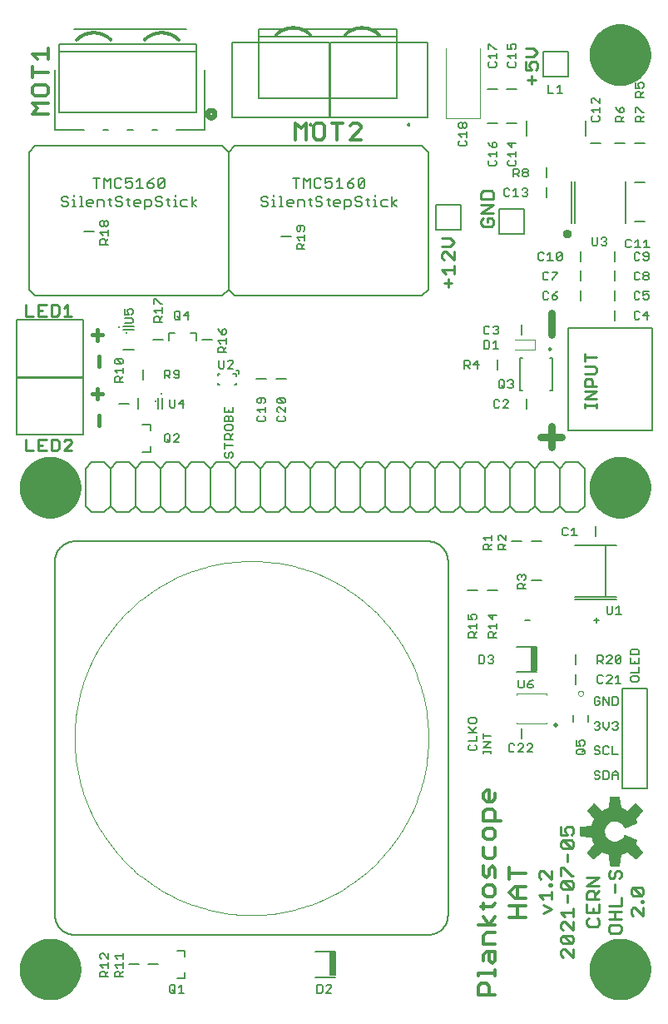
<source format=gbr>
G04 EAGLE Gerber RS-274X export*
G75*
%MOMM*%
%FSLAX34Y34*%
%LPD*%
%INSilkscreen Top*%
%IPPOS*%
%AMOC8*
5,1,8,0,0,1.08239X$1,22.5*%
G01*
%ADD10C,3.100000*%
%ADD11C,0.787400*%
%ADD12C,0.406400*%
%ADD13C,0.177800*%
%ADD14C,0.300000*%
%ADD15C,0.355600*%
%ADD16C,0.254000*%
%ADD17C,0.203200*%
%ADD18C,0.152400*%
%ADD19C,0.400000*%
%ADD20C,0.250000*%
%ADD21C,0.120000*%
%ADD22C,0.508000*%
%ADD23C,0.330200*%
%ADD24R,0.675000X2.450000*%
%ADD25C,0.200000*%
%ADD26C,0.001000*%
%ADD27C,0.228600*%
%ADD28C,0.127000*%
%ADD29C,0.150000*%
%ADD30C,0.500000*%
%ADD31C,0.100000*%
%ADD32C,0.300000*%

G36*
X614372Y139529D02*
X614372Y139529D01*
X614480Y139543D01*
X614492Y139549D01*
X614506Y139551D01*
X614602Y139603D01*
X614699Y139650D01*
X614709Y139660D01*
X614721Y139666D01*
X614795Y139746D01*
X614872Y139822D01*
X614878Y139834D01*
X614888Y139845D01*
X614933Y139943D01*
X614981Y140040D01*
X614985Y140058D01*
X614989Y140067D01*
X614991Y140088D01*
X615010Y140185D01*
X616107Y150975D01*
X618175Y151574D01*
X618196Y151585D01*
X618253Y151602D01*
X620709Y152619D01*
X620729Y152632D01*
X620783Y152655D01*
X622669Y153693D01*
X631075Y146839D01*
X631169Y146785D01*
X631261Y146728D01*
X631274Y146725D01*
X631286Y146718D01*
X631393Y146697D01*
X631498Y146672D01*
X631512Y146674D01*
X631526Y146671D01*
X631633Y146686D01*
X631741Y146696D01*
X631754Y146702D01*
X631768Y146704D01*
X631865Y146752D01*
X631964Y146797D01*
X631977Y146808D01*
X631986Y146812D01*
X632001Y146828D01*
X632078Y146890D01*
X638110Y152922D01*
X638173Y153010D01*
X638239Y153096D01*
X638244Y153109D01*
X638252Y153121D01*
X638283Y153224D01*
X638319Y153327D01*
X638319Y153341D01*
X638323Y153354D01*
X638319Y153462D01*
X638320Y153571D01*
X638315Y153584D01*
X638315Y153598D01*
X638277Y153700D01*
X638242Y153802D01*
X638233Y153817D01*
X638229Y153826D01*
X638215Y153843D01*
X638161Y153925D01*
X631312Y162325D01*
X632044Y163612D01*
X632051Y163631D01*
X632072Y163667D01*
X632911Y165476D01*
X632921Y165514D01*
X632940Y165550D01*
X632954Y165631D01*
X632976Y165711D01*
X632974Y165751D01*
X632980Y165790D01*
X632967Y165872D01*
X632962Y165955D01*
X632947Y165992D01*
X632941Y166031D01*
X632902Y166104D01*
X632871Y166181D01*
X632845Y166211D01*
X632826Y166247D01*
X632766Y166303D01*
X632712Y166366D01*
X632677Y166386D01*
X632648Y166414D01*
X632518Y166483D01*
X620392Y171506D01*
X620280Y171532D01*
X620169Y171561D01*
X620161Y171560D01*
X620154Y171562D01*
X620040Y171550D01*
X619925Y171541D01*
X619919Y171539D01*
X619911Y171538D01*
X619807Y171490D01*
X619701Y171445D01*
X619696Y171440D01*
X619689Y171437D01*
X619605Y171359D01*
X619520Y171282D01*
X619515Y171274D01*
X619511Y171270D01*
X619504Y171257D01*
X619439Y171158D01*
X618624Y169580D01*
X617595Y168212D01*
X616351Y167036D01*
X614927Y166085D01*
X613364Y165385D01*
X611706Y164958D01*
X610004Y164814D01*
X608098Y164994D01*
X606263Y165525D01*
X604560Y166389D01*
X603048Y167556D01*
X601781Y168985D01*
X600802Y170625D01*
X600147Y172420D01*
X599839Y174305D01*
X599887Y176214D01*
X600292Y178081D01*
X601038Y179839D01*
X602099Y181427D01*
X603438Y182790D01*
X605008Y183878D01*
X606753Y184654D01*
X608613Y185090D01*
X610521Y185172D01*
X612411Y184896D01*
X614216Y184271D01*
X615873Y183321D01*
X617324Y182078D01*
X618516Y180586D01*
X619443Y178836D01*
X619510Y178747D01*
X619514Y178741D01*
X619522Y178728D01*
X619525Y178726D01*
X619575Y178657D01*
X619584Y178650D01*
X619590Y178641D01*
X619683Y178579D01*
X619773Y178514D01*
X619784Y178511D01*
X619793Y178505D01*
X619900Y178476D01*
X620007Y178443D01*
X620017Y178444D01*
X620028Y178441D01*
X620140Y178447D01*
X620250Y178451D01*
X620264Y178455D01*
X620272Y178456D01*
X620290Y178463D01*
X620392Y178494D01*
X632518Y183517D01*
X632552Y183538D01*
X632590Y183551D01*
X632655Y183602D01*
X632725Y183646D01*
X632750Y183677D01*
X632782Y183701D01*
X632827Y183770D01*
X632880Y183834D01*
X632894Y183872D01*
X632916Y183905D01*
X632937Y183985D01*
X632966Y184063D01*
X632967Y184103D01*
X632977Y184141D01*
X632971Y184224D01*
X632974Y184306D01*
X632962Y184345D01*
X632959Y184385D01*
X632911Y184524D01*
X632072Y186333D01*
X632061Y186349D01*
X632044Y186388D01*
X631312Y187675D01*
X638161Y196075D01*
X638215Y196169D01*
X638272Y196261D01*
X638275Y196274D01*
X638282Y196286D01*
X638303Y196393D01*
X638328Y196498D01*
X638326Y196512D01*
X638329Y196526D01*
X638314Y196633D01*
X638304Y196741D01*
X638298Y196754D01*
X638296Y196768D01*
X638248Y196865D01*
X638203Y196964D01*
X638192Y196977D01*
X638188Y196986D01*
X638172Y197001D01*
X638110Y197078D01*
X632078Y203110D01*
X631990Y203173D01*
X631904Y203239D01*
X631891Y203244D01*
X631879Y203252D01*
X631776Y203283D01*
X631673Y203319D01*
X631659Y203319D01*
X631646Y203323D01*
X631538Y203319D01*
X631429Y203320D01*
X631416Y203315D01*
X631402Y203315D01*
X631300Y203277D01*
X631198Y203242D01*
X631183Y203233D01*
X631174Y203229D01*
X631157Y203215D01*
X631075Y203161D01*
X622669Y196307D01*
X620783Y197345D01*
X620761Y197353D01*
X620709Y197381D01*
X618253Y198398D01*
X618230Y198404D01*
X618175Y198426D01*
X616107Y199025D01*
X615010Y209815D01*
X614982Y209919D01*
X614957Y210025D01*
X614950Y210037D01*
X614947Y210050D01*
X614886Y210140D01*
X614829Y210233D01*
X614818Y210241D01*
X614810Y210253D01*
X614724Y210319D01*
X614640Y210388D01*
X614627Y210392D01*
X614616Y210401D01*
X614513Y210435D01*
X614412Y210474D01*
X614394Y210475D01*
X614385Y210479D01*
X614363Y210479D01*
X614265Y210488D01*
X605735Y210488D01*
X605628Y210471D01*
X605520Y210457D01*
X605508Y210451D01*
X605494Y210449D01*
X605398Y210397D01*
X605301Y210350D01*
X605291Y210340D01*
X605279Y210334D01*
X605205Y210254D01*
X605128Y210178D01*
X605122Y210166D01*
X605112Y210156D01*
X605067Y210057D01*
X605019Y209960D01*
X605015Y209942D01*
X605011Y209933D01*
X605009Y209912D01*
X604990Y209815D01*
X603893Y199025D01*
X601825Y198426D01*
X601804Y198415D01*
X601747Y198398D01*
X599291Y197381D01*
X599271Y197368D01*
X599217Y197345D01*
X597331Y196307D01*
X588925Y203161D01*
X588831Y203215D01*
X588739Y203272D01*
X588726Y203275D01*
X588714Y203282D01*
X588607Y203303D01*
X588502Y203328D01*
X588488Y203326D01*
X588474Y203329D01*
X588367Y203314D01*
X588259Y203304D01*
X588246Y203298D01*
X588233Y203296D01*
X588135Y203248D01*
X588036Y203203D01*
X588023Y203192D01*
X588014Y203188D01*
X587999Y203172D01*
X587922Y203110D01*
X581890Y197078D01*
X581827Y196990D01*
X581761Y196904D01*
X581756Y196891D01*
X581748Y196879D01*
X581717Y196776D01*
X581681Y196673D01*
X581681Y196659D01*
X581677Y196646D01*
X581681Y196538D01*
X581680Y196429D01*
X581685Y196416D01*
X581685Y196402D01*
X581723Y196300D01*
X581758Y196198D01*
X581767Y196183D01*
X581771Y196174D01*
X581785Y196157D01*
X581839Y196075D01*
X588693Y187669D01*
X587655Y185783D01*
X587647Y185761D01*
X587619Y185709D01*
X586602Y183253D01*
X586596Y183230D01*
X586574Y183175D01*
X585975Y181107D01*
X575185Y180010D01*
X575081Y179982D01*
X574975Y179957D01*
X574963Y179950D01*
X574950Y179947D01*
X574860Y179886D01*
X574767Y179829D01*
X574759Y179818D01*
X574747Y179810D01*
X574681Y179724D01*
X574613Y179640D01*
X574608Y179627D01*
X574599Y179616D01*
X574565Y179513D01*
X574526Y179412D01*
X574525Y179394D01*
X574521Y179385D01*
X574522Y179363D01*
X574512Y179265D01*
X574512Y170735D01*
X574529Y170628D01*
X574543Y170520D01*
X574549Y170508D01*
X574551Y170494D01*
X574603Y170398D01*
X574650Y170301D01*
X574660Y170291D01*
X574666Y170279D01*
X574746Y170205D01*
X574822Y170128D01*
X574834Y170122D01*
X574845Y170112D01*
X574943Y170067D01*
X575040Y170019D01*
X575058Y170015D01*
X575067Y170011D01*
X575088Y170009D01*
X575185Y169990D01*
X585975Y168893D01*
X586574Y166825D01*
X586585Y166804D01*
X586602Y166747D01*
X587139Y165449D01*
X587619Y164291D01*
X587632Y164271D01*
X587655Y164217D01*
X588693Y162331D01*
X581839Y153925D01*
X581785Y153831D01*
X581728Y153739D01*
X581725Y153726D01*
X581718Y153714D01*
X581697Y153607D01*
X581672Y153502D01*
X581674Y153488D01*
X581671Y153474D01*
X581686Y153367D01*
X581696Y153259D01*
X581702Y153246D01*
X581704Y153233D01*
X581752Y153135D01*
X581797Y153036D01*
X581808Y153023D01*
X581812Y153014D01*
X581828Y152999D01*
X581890Y152922D01*
X587922Y146890D01*
X588010Y146827D01*
X588096Y146761D01*
X588109Y146756D01*
X588121Y146748D01*
X588224Y146717D01*
X588327Y146681D01*
X588341Y146681D01*
X588354Y146677D01*
X588462Y146681D01*
X588571Y146680D01*
X588584Y146685D01*
X588598Y146685D01*
X588700Y146723D01*
X588802Y146758D01*
X588817Y146767D01*
X588826Y146771D01*
X588843Y146785D01*
X588925Y146839D01*
X597331Y153693D01*
X599217Y152655D01*
X599239Y152647D01*
X599291Y152619D01*
X601747Y151602D01*
X601770Y151596D01*
X601825Y151574D01*
X603893Y150975D01*
X604990Y140185D01*
X605018Y140081D01*
X605043Y139975D01*
X605050Y139963D01*
X605053Y139950D01*
X605114Y139860D01*
X605171Y139767D01*
X605182Y139759D01*
X605190Y139747D01*
X605276Y139681D01*
X605360Y139613D01*
X605373Y139608D01*
X605384Y139599D01*
X605487Y139565D01*
X605588Y139526D01*
X605606Y139525D01*
X605615Y139521D01*
X605637Y139522D01*
X605735Y139512D01*
X614265Y139512D01*
X614372Y139529D01*
G37*
D10*
X19500Y525000D02*
X19505Y525380D01*
X19519Y525761D01*
X19542Y526140D01*
X19575Y526519D01*
X19617Y526897D01*
X19668Y527274D01*
X19728Y527650D01*
X19798Y528024D01*
X19877Y528396D01*
X19965Y528766D01*
X20061Y529134D01*
X20167Y529499D01*
X20282Y529862D01*
X20406Y530222D01*
X20539Y530578D01*
X20680Y530932D01*
X20830Y531281D01*
X20988Y531627D01*
X21155Y531969D01*
X21330Y532307D01*
X21514Y532640D01*
X21705Y532969D01*
X21905Y533292D01*
X22112Y533611D01*
X22327Y533925D01*
X22550Y534233D01*
X22781Y534536D01*
X23018Y534833D01*
X23263Y535124D01*
X23515Y535409D01*
X23774Y535688D01*
X24040Y535960D01*
X24312Y536226D01*
X24591Y536485D01*
X24876Y536737D01*
X25167Y536982D01*
X25464Y537219D01*
X25767Y537450D01*
X26075Y537673D01*
X26389Y537888D01*
X26708Y538095D01*
X27031Y538295D01*
X27360Y538486D01*
X27693Y538670D01*
X28031Y538845D01*
X28373Y539012D01*
X28719Y539170D01*
X29068Y539320D01*
X29422Y539461D01*
X29778Y539594D01*
X30138Y539718D01*
X30501Y539833D01*
X30866Y539939D01*
X31234Y540035D01*
X31604Y540123D01*
X31976Y540202D01*
X32350Y540272D01*
X32726Y540332D01*
X33103Y540383D01*
X33481Y540425D01*
X33860Y540458D01*
X34239Y540481D01*
X34620Y540495D01*
X35000Y540500D01*
X35380Y540495D01*
X35761Y540481D01*
X36140Y540458D01*
X36519Y540425D01*
X36897Y540383D01*
X37274Y540332D01*
X37650Y540272D01*
X38024Y540202D01*
X38396Y540123D01*
X38766Y540035D01*
X39134Y539939D01*
X39499Y539833D01*
X39862Y539718D01*
X40222Y539594D01*
X40578Y539461D01*
X40932Y539320D01*
X41281Y539170D01*
X41627Y539012D01*
X41969Y538845D01*
X42307Y538670D01*
X42640Y538486D01*
X42969Y538295D01*
X43292Y538095D01*
X43611Y537888D01*
X43925Y537673D01*
X44233Y537450D01*
X44536Y537219D01*
X44833Y536982D01*
X45124Y536737D01*
X45409Y536485D01*
X45688Y536226D01*
X45960Y535960D01*
X46226Y535688D01*
X46485Y535409D01*
X46737Y535124D01*
X46982Y534833D01*
X47219Y534536D01*
X47450Y534233D01*
X47673Y533925D01*
X47888Y533611D01*
X48095Y533292D01*
X48295Y532969D01*
X48486Y532640D01*
X48670Y532307D01*
X48845Y531969D01*
X49012Y531627D01*
X49170Y531281D01*
X49320Y530932D01*
X49461Y530578D01*
X49594Y530222D01*
X49718Y529862D01*
X49833Y529499D01*
X49939Y529134D01*
X50035Y528766D01*
X50123Y528396D01*
X50202Y528024D01*
X50272Y527650D01*
X50332Y527274D01*
X50383Y526897D01*
X50425Y526519D01*
X50458Y526140D01*
X50481Y525761D01*
X50495Y525380D01*
X50500Y525000D01*
X50495Y524620D01*
X50481Y524239D01*
X50458Y523860D01*
X50425Y523481D01*
X50383Y523103D01*
X50332Y522726D01*
X50272Y522350D01*
X50202Y521976D01*
X50123Y521604D01*
X50035Y521234D01*
X49939Y520866D01*
X49833Y520501D01*
X49718Y520138D01*
X49594Y519778D01*
X49461Y519422D01*
X49320Y519068D01*
X49170Y518719D01*
X49012Y518373D01*
X48845Y518031D01*
X48670Y517693D01*
X48486Y517360D01*
X48295Y517031D01*
X48095Y516708D01*
X47888Y516389D01*
X47673Y516075D01*
X47450Y515767D01*
X47219Y515464D01*
X46982Y515167D01*
X46737Y514876D01*
X46485Y514591D01*
X46226Y514312D01*
X45960Y514040D01*
X45688Y513774D01*
X45409Y513515D01*
X45124Y513263D01*
X44833Y513018D01*
X44536Y512781D01*
X44233Y512550D01*
X43925Y512327D01*
X43611Y512112D01*
X43292Y511905D01*
X42969Y511705D01*
X42640Y511514D01*
X42307Y511330D01*
X41969Y511155D01*
X41627Y510988D01*
X41281Y510830D01*
X40932Y510680D01*
X40578Y510539D01*
X40222Y510406D01*
X39862Y510282D01*
X39499Y510167D01*
X39134Y510061D01*
X38766Y509965D01*
X38396Y509877D01*
X38024Y509798D01*
X37650Y509728D01*
X37274Y509668D01*
X36897Y509617D01*
X36519Y509575D01*
X36140Y509542D01*
X35761Y509519D01*
X35380Y509505D01*
X35000Y509500D01*
X34620Y509505D01*
X34239Y509519D01*
X33860Y509542D01*
X33481Y509575D01*
X33103Y509617D01*
X32726Y509668D01*
X32350Y509728D01*
X31976Y509798D01*
X31604Y509877D01*
X31234Y509965D01*
X30866Y510061D01*
X30501Y510167D01*
X30138Y510282D01*
X29778Y510406D01*
X29422Y510539D01*
X29068Y510680D01*
X28719Y510830D01*
X28373Y510988D01*
X28031Y511155D01*
X27693Y511330D01*
X27360Y511514D01*
X27031Y511705D01*
X26708Y511905D01*
X26389Y512112D01*
X26075Y512327D01*
X25767Y512550D01*
X25464Y512781D01*
X25167Y513018D01*
X24876Y513263D01*
X24591Y513515D01*
X24312Y513774D01*
X24040Y514040D01*
X23774Y514312D01*
X23515Y514591D01*
X23263Y514876D01*
X23018Y515167D01*
X22781Y515464D01*
X22550Y515767D01*
X22327Y516075D01*
X22112Y516389D01*
X21905Y516708D01*
X21705Y517031D01*
X21514Y517360D01*
X21330Y517693D01*
X21155Y518031D01*
X20988Y518373D01*
X20830Y518719D01*
X20680Y519068D01*
X20539Y519422D01*
X20406Y519778D01*
X20282Y520138D01*
X20167Y520501D01*
X20061Y520866D01*
X19965Y521234D01*
X19877Y521604D01*
X19798Y521976D01*
X19728Y522350D01*
X19668Y522726D01*
X19617Y523103D01*
X19575Y523481D01*
X19542Y523860D01*
X19519Y524239D01*
X19505Y524620D01*
X19500Y525000D01*
X599500Y525000D02*
X599505Y525380D01*
X599519Y525761D01*
X599542Y526140D01*
X599575Y526519D01*
X599617Y526897D01*
X599668Y527274D01*
X599728Y527650D01*
X599798Y528024D01*
X599877Y528396D01*
X599965Y528766D01*
X600061Y529134D01*
X600167Y529499D01*
X600282Y529862D01*
X600406Y530222D01*
X600539Y530578D01*
X600680Y530932D01*
X600830Y531281D01*
X600988Y531627D01*
X601155Y531969D01*
X601330Y532307D01*
X601514Y532640D01*
X601705Y532969D01*
X601905Y533292D01*
X602112Y533611D01*
X602327Y533925D01*
X602550Y534233D01*
X602781Y534536D01*
X603018Y534833D01*
X603263Y535124D01*
X603515Y535409D01*
X603774Y535688D01*
X604040Y535960D01*
X604312Y536226D01*
X604591Y536485D01*
X604876Y536737D01*
X605167Y536982D01*
X605464Y537219D01*
X605767Y537450D01*
X606075Y537673D01*
X606389Y537888D01*
X606708Y538095D01*
X607031Y538295D01*
X607360Y538486D01*
X607693Y538670D01*
X608031Y538845D01*
X608373Y539012D01*
X608719Y539170D01*
X609068Y539320D01*
X609422Y539461D01*
X609778Y539594D01*
X610138Y539718D01*
X610501Y539833D01*
X610866Y539939D01*
X611234Y540035D01*
X611604Y540123D01*
X611976Y540202D01*
X612350Y540272D01*
X612726Y540332D01*
X613103Y540383D01*
X613481Y540425D01*
X613860Y540458D01*
X614239Y540481D01*
X614620Y540495D01*
X615000Y540500D01*
X615380Y540495D01*
X615761Y540481D01*
X616140Y540458D01*
X616519Y540425D01*
X616897Y540383D01*
X617274Y540332D01*
X617650Y540272D01*
X618024Y540202D01*
X618396Y540123D01*
X618766Y540035D01*
X619134Y539939D01*
X619499Y539833D01*
X619862Y539718D01*
X620222Y539594D01*
X620578Y539461D01*
X620932Y539320D01*
X621281Y539170D01*
X621627Y539012D01*
X621969Y538845D01*
X622307Y538670D01*
X622640Y538486D01*
X622969Y538295D01*
X623292Y538095D01*
X623611Y537888D01*
X623925Y537673D01*
X624233Y537450D01*
X624536Y537219D01*
X624833Y536982D01*
X625124Y536737D01*
X625409Y536485D01*
X625688Y536226D01*
X625960Y535960D01*
X626226Y535688D01*
X626485Y535409D01*
X626737Y535124D01*
X626982Y534833D01*
X627219Y534536D01*
X627450Y534233D01*
X627673Y533925D01*
X627888Y533611D01*
X628095Y533292D01*
X628295Y532969D01*
X628486Y532640D01*
X628670Y532307D01*
X628845Y531969D01*
X629012Y531627D01*
X629170Y531281D01*
X629320Y530932D01*
X629461Y530578D01*
X629594Y530222D01*
X629718Y529862D01*
X629833Y529499D01*
X629939Y529134D01*
X630035Y528766D01*
X630123Y528396D01*
X630202Y528024D01*
X630272Y527650D01*
X630332Y527274D01*
X630383Y526897D01*
X630425Y526519D01*
X630458Y526140D01*
X630481Y525761D01*
X630495Y525380D01*
X630500Y525000D01*
X630495Y524620D01*
X630481Y524239D01*
X630458Y523860D01*
X630425Y523481D01*
X630383Y523103D01*
X630332Y522726D01*
X630272Y522350D01*
X630202Y521976D01*
X630123Y521604D01*
X630035Y521234D01*
X629939Y520866D01*
X629833Y520501D01*
X629718Y520138D01*
X629594Y519778D01*
X629461Y519422D01*
X629320Y519068D01*
X629170Y518719D01*
X629012Y518373D01*
X628845Y518031D01*
X628670Y517693D01*
X628486Y517360D01*
X628295Y517031D01*
X628095Y516708D01*
X627888Y516389D01*
X627673Y516075D01*
X627450Y515767D01*
X627219Y515464D01*
X626982Y515167D01*
X626737Y514876D01*
X626485Y514591D01*
X626226Y514312D01*
X625960Y514040D01*
X625688Y513774D01*
X625409Y513515D01*
X625124Y513263D01*
X624833Y513018D01*
X624536Y512781D01*
X624233Y512550D01*
X623925Y512327D01*
X623611Y512112D01*
X623292Y511905D01*
X622969Y511705D01*
X622640Y511514D01*
X622307Y511330D01*
X621969Y511155D01*
X621627Y510988D01*
X621281Y510830D01*
X620932Y510680D01*
X620578Y510539D01*
X620222Y510406D01*
X619862Y510282D01*
X619499Y510167D01*
X619134Y510061D01*
X618766Y509965D01*
X618396Y509877D01*
X618024Y509798D01*
X617650Y509728D01*
X617274Y509668D01*
X616897Y509617D01*
X616519Y509575D01*
X616140Y509542D01*
X615761Y509519D01*
X615380Y509505D01*
X615000Y509500D01*
X614620Y509505D01*
X614239Y509519D01*
X613860Y509542D01*
X613481Y509575D01*
X613103Y509617D01*
X612726Y509668D01*
X612350Y509728D01*
X611976Y509798D01*
X611604Y509877D01*
X611234Y509965D01*
X610866Y510061D01*
X610501Y510167D01*
X610138Y510282D01*
X609778Y510406D01*
X609422Y510539D01*
X609068Y510680D01*
X608719Y510830D01*
X608373Y510988D01*
X608031Y511155D01*
X607693Y511330D01*
X607360Y511514D01*
X607031Y511705D01*
X606708Y511905D01*
X606389Y512112D01*
X606075Y512327D01*
X605767Y512550D01*
X605464Y512781D01*
X605167Y513018D01*
X604876Y513263D01*
X604591Y513515D01*
X604312Y513774D01*
X604040Y514040D01*
X603774Y514312D01*
X603515Y514591D01*
X603263Y514876D01*
X603018Y515167D01*
X602781Y515464D01*
X602550Y515767D01*
X602327Y516075D01*
X602112Y516389D01*
X601905Y516708D01*
X601705Y517031D01*
X601514Y517360D01*
X601330Y517693D01*
X601155Y518031D01*
X600988Y518373D01*
X600830Y518719D01*
X600680Y519068D01*
X600539Y519422D01*
X600406Y519778D01*
X600282Y520138D01*
X600167Y520501D01*
X600061Y520866D01*
X599965Y521234D01*
X599877Y521604D01*
X599798Y521976D01*
X599728Y522350D01*
X599668Y522726D01*
X599617Y523103D01*
X599575Y523481D01*
X599542Y523860D01*
X599519Y524239D01*
X599505Y524620D01*
X599500Y525000D01*
X599500Y35000D02*
X599505Y35380D01*
X599519Y35761D01*
X599542Y36140D01*
X599575Y36519D01*
X599617Y36897D01*
X599668Y37274D01*
X599728Y37650D01*
X599798Y38024D01*
X599877Y38396D01*
X599965Y38766D01*
X600061Y39134D01*
X600167Y39499D01*
X600282Y39862D01*
X600406Y40222D01*
X600539Y40578D01*
X600680Y40932D01*
X600830Y41281D01*
X600988Y41627D01*
X601155Y41969D01*
X601330Y42307D01*
X601514Y42640D01*
X601705Y42969D01*
X601905Y43292D01*
X602112Y43611D01*
X602327Y43925D01*
X602550Y44233D01*
X602781Y44536D01*
X603018Y44833D01*
X603263Y45124D01*
X603515Y45409D01*
X603774Y45688D01*
X604040Y45960D01*
X604312Y46226D01*
X604591Y46485D01*
X604876Y46737D01*
X605167Y46982D01*
X605464Y47219D01*
X605767Y47450D01*
X606075Y47673D01*
X606389Y47888D01*
X606708Y48095D01*
X607031Y48295D01*
X607360Y48486D01*
X607693Y48670D01*
X608031Y48845D01*
X608373Y49012D01*
X608719Y49170D01*
X609068Y49320D01*
X609422Y49461D01*
X609778Y49594D01*
X610138Y49718D01*
X610501Y49833D01*
X610866Y49939D01*
X611234Y50035D01*
X611604Y50123D01*
X611976Y50202D01*
X612350Y50272D01*
X612726Y50332D01*
X613103Y50383D01*
X613481Y50425D01*
X613860Y50458D01*
X614239Y50481D01*
X614620Y50495D01*
X615000Y50500D01*
X615380Y50495D01*
X615761Y50481D01*
X616140Y50458D01*
X616519Y50425D01*
X616897Y50383D01*
X617274Y50332D01*
X617650Y50272D01*
X618024Y50202D01*
X618396Y50123D01*
X618766Y50035D01*
X619134Y49939D01*
X619499Y49833D01*
X619862Y49718D01*
X620222Y49594D01*
X620578Y49461D01*
X620932Y49320D01*
X621281Y49170D01*
X621627Y49012D01*
X621969Y48845D01*
X622307Y48670D01*
X622640Y48486D01*
X622969Y48295D01*
X623292Y48095D01*
X623611Y47888D01*
X623925Y47673D01*
X624233Y47450D01*
X624536Y47219D01*
X624833Y46982D01*
X625124Y46737D01*
X625409Y46485D01*
X625688Y46226D01*
X625960Y45960D01*
X626226Y45688D01*
X626485Y45409D01*
X626737Y45124D01*
X626982Y44833D01*
X627219Y44536D01*
X627450Y44233D01*
X627673Y43925D01*
X627888Y43611D01*
X628095Y43292D01*
X628295Y42969D01*
X628486Y42640D01*
X628670Y42307D01*
X628845Y41969D01*
X629012Y41627D01*
X629170Y41281D01*
X629320Y40932D01*
X629461Y40578D01*
X629594Y40222D01*
X629718Y39862D01*
X629833Y39499D01*
X629939Y39134D01*
X630035Y38766D01*
X630123Y38396D01*
X630202Y38024D01*
X630272Y37650D01*
X630332Y37274D01*
X630383Y36897D01*
X630425Y36519D01*
X630458Y36140D01*
X630481Y35761D01*
X630495Y35380D01*
X630500Y35000D01*
X630495Y34620D01*
X630481Y34239D01*
X630458Y33860D01*
X630425Y33481D01*
X630383Y33103D01*
X630332Y32726D01*
X630272Y32350D01*
X630202Y31976D01*
X630123Y31604D01*
X630035Y31234D01*
X629939Y30866D01*
X629833Y30501D01*
X629718Y30138D01*
X629594Y29778D01*
X629461Y29422D01*
X629320Y29068D01*
X629170Y28719D01*
X629012Y28373D01*
X628845Y28031D01*
X628670Y27693D01*
X628486Y27360D01*
X628295Y27031D01*
X628095Y26708D01*
X627888Y26389D01*
X627673Y26075D01*
X627450Y25767D01*
X627219Y25464D01*
X626982Y25167D01*
X626737Y24876D01*
X626485Y24591D01*
X626226Y24312D01*
X625960Y24040D01*
X625688Y23774D01*
X625409Y23515D01*
X625124Y23263D01*
X624833Y23018D01*
X624536Y22781D01*
X624233Y22550D01*
X623925Y22327D01*
X623611Y22112D01*
X623292Y21905D01*
X622969Y21705D01*
X622640Y21514D01*
X622307Y21330D01*
X621969Y21155D01*
X621627Y20988D01*
X621281Y20830D01*
X620932Y20680D01*
X620578Y20539D01*
X620222Y20406D01*
X619862Y20282D01*
X619499Y20167D01*
X619134Y20061D01*
X618766Y19965D01*
X618396Y19877D01*
X618024Y19798D01*
X617650Y19728D01*
X617274Y19668D01*
X616897Y19617D01*
X616519Y19575D01*
X616140Y19542D01*
X615761Y19519D01*
X615380Y19505D01*
X615000Y19500D01*
X614620Y19505D01*
X614239Y19519D01*
X613860Y19542D01*
X613481Y19575D01*
X613103Y19617D01*
X612726Y19668D01*
X612350Y19728D01*
X611976Y19798D01*
X611604Y19877D01*
X611234Y19965D01*
X610866Y20061D01*
X610501Y20167D01*
X610138Y20282D01*
X609778Y20406D01*
X609422Y20539D01*
X609068Y20680D01*
X608719Y20830D01*
X608373Y20988D01*
X608031Y21155D01*
X607693Y21330D01*
X607360Y21514D01*
X607031Y21705D01*
X606708Y21905D01*
X606389Y22112D01*
X606075Y22327D01*
X605767Y22550D01*
X605464Y22781D01*
X605167Y23018D01*
X604876Y23263D01*
X604591Y23515D01*
X604312Y23774D01*
X604040Y24040D01*
X603774Y24312D01*
X603515Y24591D01*
X603263Y24876D01*
X603018Y25167D01*
X602781Y25464D01*
X602550Y25767D01*
X602327Y26075D01*
X602112Y26389D01*
X601905Y26708D01*
X601705Y27031D01*
X601514Y27360D01*
X601330Y27693D01*
X601155Y28031D01*
X600988Y28373D01*
X600830Y28719D01*
X600680Y29068D01*
X600539Y29422D01*
X600406Y29778D01*
X600282Y30138D01*
X600167Y30501D01*
X600061Y30866D01*
X599965Y31234D01*
X599877Y31604D01*
X599798Y31976D01*
X599728Y32350D01*
X599668Y32726D01*
X599617Y33103D01*
X599575Y33481D01*
X599542Y33860D01*
X599519Y34239D01*
X599505Y34620D01*
X599500Y35000D01*
X19500Y35000D02*
X19505Y35380D01*
X19519Y35761D01*
X19542Y36140D01*
X19575Y36519D01*
X19617Y36897D01*
X19668Y37274D01*
X19728Y37650D01*
X19798Y38024D01*
X19877Y38396D01*
X19965Y38766D01*
X20061Y39134D01*
X20167Y39499D01*
X20282Y39862D01*
X20406Y40222D01*
X20539Y40578D01*
X20680Y40932D01*
X20830Y41281D01*
X20988Y41627D01*
X21155Y41969D01*
X21330Y42307D01*
X21514Y42640D01*
X21705Y42969D01*
X21905Y43292D01*
X22112Y43611D01*
X22327Y43925D01*
X22550Y44233D01*
X22781Y44536D01*
X23018Y44833D01*
X23263Y45124D01*
X23515Y45409D01*
X23774Y45688D01*
X24040Y45960D01*
X24312Y46226D01*
X24591Y46485D01*
X24876Y46737D01*
X25167Y46982D01*
X25464Y47219D01*
X25767Y47450D01*
X26075Y47673D01*
X26389Y47888D01*
X26708Y48095D01*
X27031Y48295D01*
X27360Y48486D01*
X27693Y48670D01*
X28031Y48845D01*
X28373Y49012D01*
X28719Y49170D01*
X29068Y49320D01*
X29422Y49461D01*
X29778Y49594D01*
X30138Y49718D01*
X30501Y49833D01*
X30866Y49939D01*
X31234Y50035D01*
X31604Y50123D01*
X31976Y50202D01*
X32350Y50272D01*
X32726Y50332D01*
X33103Y50383D01*
X33481Y50425D01*
X33860Y50458D01*
X34239Y50481D01*
X34620Y50495D01*
X35000Y50500D01*
X35380Y50495D01*
X35761Y50481D01*
X36140Y50458D01*
X36519Y50425D01*
X36897Y50383D01*
X37274Y50332D01*
X37650Y50272D01*
X38024Y50202D01*
X38396Y50123D01*
X38766Y50035D01*
X39134Y49939D01*
X39499Y49833D01*
X39862Y49718D01*
X40222Y49594D01*
X40578Y49461D01*
X40932Y49320D01*
X41281Y49170D01*
X41627Y49012D01*
X41969Y48845D01*
X42307Y48670D01*
X42640Y48486D01*
X42969Y48295D01*
X43292Y48095D01*
X43611Y47888D01*
X43925Y47673D01*
X44233Y47450D01*
X44536Y47219D01*
X44833Y46982D01*
X45124Y46737D01*
X45409Y46485D01*
X45688Y46226D01*
X45960Y45960D01*
X46226Y45688D01*
X46485Y45409D01*
X46737Y45124D01*
X46982Y44833D01*
X47219Y44536D01*
X47450Y44233D01*
X47673Y43925D01*
X47888Y43611D01*
X48095Y43292D01*
X48295Y42969D01*
X48486Y42640D01*
X48670Y42307D01*
X48845Y41969D01*
X49012Y41627D01*
X49170Y41281D01*
X49320Y40932D01*
X49461Y40578D01*
X49594Y40222D01*
X49718Y39862D01*
X49833Y39499D01*
X49939Y39134D01*
X50035Y38766D01*
X50123Y38396D01*
X50202Y38024D01*
X50272Y37650D01*
X50332Y37274D01*
X50383Y36897D01*
X50425Y36519D01*
X50458Y36140D01*
X50481Y35761D01*
X50495Y35380D01*
X50500Y35000D01*
X50495Y34620D01*
X50481Y34239D01*
X50458Y33860D01*
X50425Y33481D01*
X50383Y33103D01*
X50332Y32726D01*
X50272Y32350D01*
X50202Y31976D01*
X50123Y31604D01*
X50035Y31234D01*
X49939Y30866D01*
X49833Y30501D01*
X49718Y30138D01*
X49594Y29778D01*
X49461Y29422D01*
X49320Y29068D01*
X49170Y28719D01*
X49012Y28373D01*
X48845Y28031D01*
X48670Y27693D01*
X48486Y27360D01*
X48295Y27031D01*
X48095Y26708D01*
X47888Y26389D01*
X47673Y26075D01*
X47450Y25767D01*
X47219Y25464D01*
X46982Y25167D01*
X46737Y24876D01*
X46485Y24591D01*
X46226Y24312D01*
X45960Y24040D01*
X45688Y23774D01*
X45409Y23515D01*
X45124Y23263D01*
X44833Y23018D01*
X44536Y22781D01*
X44233Y22550D01*
X43925Y22327D01*
X43611Y22112D01*
X43292Y21905D01*
X42969Y21705D01*
X42640Y21514D01*
X42307Y21330D01*
X41969Y21155D01*
X41627Y20988D01*
X41281Y20830D01*
X40932Y20680D01*
X40578Y20539D01*
X40222Y20406D01*
X39862Y20282D01*
X39499Y20167D01*
X39134Y20061D01*
X38766Y19965D01*
X38396Y19877D01*
X38024Y19798D01*
X37650Y19728D01*
X37274Y19668D01*
X36897Y19617D01*
X36519Y19575D01*
X36140Y19542D01*
X35761Y19519D01*
X35380Y19505D01*
X35000Y19500D01*
X34620Y19505D01*
X34239Y19519D01*
X33860Y19542D01*
X33481Y19575D01*
X33103Y19617D01*
X32726Y19668D01*
X32350Y19728D01*
X31976Y19798D01*
X31604Y19877D01*
X31234Y19965D01*
X30866Y20061D01*
X30501Y20167D01*
X30138Y20282D01*
X29778Y20406D01*
X29422Y20539D01*
X29068Y20680D01*
X28719Y20830D01*
X28373Y20988D01*
X28031Y21155D01*
X27693Y21330D01*
X27360Y21514D01*
X27031Y21705D01*
X26708Y21905D01*
X26389Y22112D01*
X26075Y22327D01*
X25767Y22550D01*
X25464Y22781D01*
X25167Y23018D01*
X24876Y23263D01*
X24591Y23515D01*
X24312Y23774D01*
X24040Y24040D01*
X23774Y24312D01*
X23515Y24591D01*
X23263Y24876D01*
X23018Y25167D01*
X22781Y25464D01*
X22550Y25767D01*
X22327Y26075D01*
X22112Y26389D01*
X21905Y26708D01*
X21705Y27031D01*
X21514Y27360D01*
X21330Y27693D01*
X21155Y28031D01*
X20988Y28373D01*
X20830Y28719D01*
X20680Y29068D01*
X20539Y29422D01*
X20406Y29778D01*
X20282Y30138D01*
X20167Y30501D01*
X20061Y30866D01*
X19965Y31234D01*
X19877Y31604D01*
X19798Y31976D01*
X19728Y32350D01*
X19668Y32726D01*
X19617Y33103D01*
X19575Y33481D01*
X19542Y33860D01*
X19519Y34239D01*
X19505Y34620D01*
X19500Y35000D01*
X599500Y965000D02*
X599505Y965380D01*
X599519Y965761D01*
X599542Y966140D01*
X599575Y966519D01*
X599617Y966897D01*
X599668Y967274D01*
X599728Y967650D01*
X599798Y968024D01*
X599877Y968396D01*
X599965Y968766D01*
X600061Y969134D01*
X600167Y969499D01*
X600282Y969862D01*
X600406Y970222D01*
X600539Y970578D01*
X600680Y970932D01*
X600830Y971281D01*
X600988Y971627D01*
X601155Y971969D01*
X601330Y972307D01*
X601514Y972640D01*
X601705Y972969D01*
X601905Y973292D01*
X602112Y973611D01*
X602327Y973925D01*
X602550Y974233D01*
X602781Y974536D01*
X603018Y974833D01*
X603263Y975124D01*
X603515Y975409D01*
X603774Y975688D01*
X604040Y975960D01*
X604312Y976226D01*
X604591Y976485D01*
X604876Y976737D01*
X605167Y976982D01*
X605464Y977219D01*
X605767Y977450D01*
X606075Y977673D01*
X606389Y977888D01*
X606708Y978095D01*
X607031Y978295D01*
X607360Y978486D01*
X607693Y978670D01*
X608031Y978845D01*
X608373Y979012D01*
X608719Y979170D01*
X609068Y979320D01*
X609422Y979461D01*
X609778Y979594D01*
X610138Y979718D01*
X610501Y979833D01*
X610866Y979939D01*
X611234Y980035D01*
X611604Y980123D01*
X611976Y980202D01*
X612350Y980272D01*
X612726Y980332D01*
X613103Y980383D01*
X613481Y980425D01*
X613860Y980458D01*
X614239Y980481D01*
X614620Y980495D01*
X615000Y980500D01*
X615380Y980495D01*
X615761Y980481D01*
X616140Y980458D01*
X616519Y980425D01*
X616897Y980383D01*
X617274Y980332D01*
X617650Y980272D01*
X618024Y980202D01*
X618396Y980123D01*
X618766Y980035D01*
X619134Y979939D01*
X619499Y979833D01*
X619862Y979718D01*
X620222Y979594D01*
X620578Y979461D01*
X620932Y979320D01*
X621281Y979170D01*
X621627Y979012D01*
X621969Y978845D01*
X622307Y978670D01*
X622640Y978486D01*
X622969Y978295D01*
X623292Y978095D01*
X623611Y977888D01*
X623925Y977673D01*
X624233Y977450D01*
X624536Y977219D01*
X624833Y976982D01*
X625124Y976737D01*
X625409Y976485D01*
X625688Y976226D01*
X625960Y975960D01*
X626226Y975688D01*
X626485Y975409D01*
X626737Y975124D01*
X626982Y974833D01*
X627219Y974536D01*
X627450Y974233D01*
X627673Y973925D01*
X627888Y973611D01*
X628095Y973292D01*
X628295Y972969D01*
X628486Y972640D01*
X628670Y972307D01*
X628845Y971969D01*
X629012Y971627D01*
X629170Y971281D01*
X629320Y970932D01*
X629461Y970578D01*
X629594Y970222D01*
X629718Y969862D01*
X629833Y969499D01*
X629939Y969134D01*
X630035Y968766D01*
X630123Y968396D01*
X630202Y968024D01*
X630272Y967650D01*
X630332Y967274D01*
X630383Y966897D01*
X630425Y966519D01*
X630458Y966140D01*
X630481Y965761D01*
X630495Y965380D01*
X630500Y965000D01*
X630495Y964620D01*
X630481Y964239D01*
X630458Y963860D01*
X630425Y963481D01*
X630383Y963103D01*
X630332Y962726D01*
X630272Y962350D01*
X630202Y961976D01*
X630123Y961604D01*
X630035Y961234D01*
X629939Y960866D01*
X629833Y960501D01*
X629718Y960138D01*
X629594Y959778D01*
X629461Y959422D01*
X629320Y959068D01*
X629170Y958719D01*
X629012Y958373D01*
X628845Y958031D01*
X628670Y957693D01*
X628486Y957360D01*
X628295Y957031D01*
X628095Y956708D01*
X627888Y956389D01*
X627673Y956075D01*
X627450Y955767D01*
X627219Y955464D01*
X626982Y955167D01*
X626737Y954876D01*
X626485Y954591D01*
X626226Y954312D01*
X625960Y954040D01*
X625688Y953774D01*
X625409Y953515D01*
X625124Y953263D01*
X624833Y953018D01*
X624536Y952781D01*
X624233Y952550D01*
X623925Y952327D01*
X623611Y952112D01*
X623292Y951905D01*
X622969Y951705D01*
X622640Y951514D01*
X622307Y951330D01*
X621969Y951155D01*
X621627Y950988D01*
X621281Y950830D01*
X620932Y950680D01*
X620578Y950539D01*
X620222Y950406D01*
X619862Y950282D01*
X619499Y950167D01*
X619134Y950061D01*
X618766Y949965D01*
X618396Y949877D01*
X618024Y949798D01*
X617650Y949728D01*
X617274Y949668D01*
X616897Y949617D01*
X616519Y949575D01*
X616140Y949542D01*
X615761Y949519D01*
X615380Y949505D01*
X615000Y949500D01*
X614620Y949505D01*
X614239Y949519D01*
X613860Y949542D01*
X613481Y949575D01*
X613103Y949617D01*
X612726Y949668D01*
X612350Y949728D01*
X611976Y949798D01*
X611604Y949877D01*
X611234Y949965D01*
X610866Y950061D01*
X610501Y950167D01*
X610138Y950282D01*
X609778Y950406D01*
X609422Y950539D01*
X609068Y950680D01*
X608719Y950830D01*
X608373Y950988D01*
X608031Y951155D01*
X607693Y951330D01*
X607360Y951514D01*
X607031Y951705D01*
X606708Y951905D01*
X606389Y952112D01*
X606075Y952327D01*
X605767Y952550D01*
X605464Y952781D01*
X605167Y953018D01*
X604876Y953263D01*
X604591Y953515D01*
X604312Y953774D01*
X604040Y954040D01*
X603774Y954312D01*
X603515Y954591D01*
X603263Y954876D01*
X603018Y955167D01*
X602781Y955464D01*
X602550Y955767D01*
X602327Y956075D01*
X602112Y956389D01*
X601905Y956708D01*
X601705Y957031D01*
X601514Y957360D01*
X601330Y957693D01*
X601155Y958031D01*
X600988Y958373D01*
X600830Y958719D01*
X600680Y959068D01*
X600539Y959422D01*
X600406Y959778D01*
X600282Y960138D01*
X600167Y960501D01*
X600061Y960866D01*
X599965Y961234D01*
X599877Y961604D01*
X599798Y961976D01*
X599728Y962350D01*
X599668Y962726D01*
X599617Y963103D01*
X599575Y963481D01*
X599542Y963860D01*
X599519Y964239D01*
X599505Y964620D01*
X599500Y965000D01*
D11*
X544986Y701957D02*
X544986Y680521D01*
X544986Y586957D02*
X544986Y565521D01*
X534268Y576239D02*
X555704Y576239D01*
D12*
X88457Y620007D02*
X77824Y620007D01*
X83141Y625323D02*
X83141Y614690D01*
X84993Y598457D02*
X84993Y587824D01*
X84993Y647824D02*
X84993Y658457D01*
X88457Y680007D02*
X77824Y680007D01*
X83141Y685323D02*
X83141Y674690D01*
D13*
X588229Y390004D02*
X593715Y390004D01*
X590972Y392747D02*
X590972Y387261D01*
X523715Y390004D02*
X518229Y390004D01*
D14*
X300000Y985000D02*
X299572Y985418D01*
X299134Y985825D01*
X298687Y986222D01*
X298229Y986608D01*
X297763Y986982D01*
X297288Y987345D01*
X296804Y987697D01*
X296312Y988036D01*
X295812Y988364D01*
X295304Y988680D01*
X294788Y988983D01*
X294265Y989274D01*
X293736Y989552D01*
X293200Y989817D01*
X292657Y990069D01*
X292109Y990307D01*
X291555Y990533D01*
X290996Y990745D01*
X290432Y990944D01*
X289863Y991128D01*
X289290Y991299D01*
X288713Y991457D01*
X288132Y991600D01*
X287548Y991729D01*
X286961Y991844D01*
X286372Y991944D01*
X285780Y992031D01*
X285186Y992103D01*
X284591Y992161D01*
X283994Y992204D01*
X283397Y992233D01*
X282799Y992247D01*
X282201Y992247D01*
X281603Y992233D01*
X281006Y992204D01*
X280409Y992161D01*
X279814Y992103D01*
X279220Y992031D01*
X278628Y991944D01*
X278039Y991844D01*
X277452Y991729D01*
X276868Y991600D01*
X276287Y991457D01*
X275710Y991299D01*
X275137Y991128D01*
X274568Y990944D01*
X274004Y990745D01*
X273445Y990533D01*
X272891Y990307D01*
X272343Y990069D01*
X271800Y989817D01*
X271264Y989552D01*
X270735Y989274D01*
X270212Y988983D01*
X269696Y988680D01*
X269188Y988364D01*
X268688Y988036D01*
X268196Y987697D01*
X267712Y987345D01*
X267237Y986982D01*
X266771Y986608D01*
X266313Y986222D01*
X265866Y985825D01*
X265428Y985418D01*
X265000Y985000D01*
X335000Y985000D02*
X335428Y985418D01*
X335866Y985825D01*
X336313Y986222D01*
X336771Y986608D01*
X337237Y986982D01*
X337712Y987345D01*
X338196Y987697D01*
X338688Y988036D01*
X339188Y988364D01*
X339696Y988680D01*
X340212Y988983D01*
X340735Y989274D01*
X341264Y989552D01*
X341800Y989817D01*
X342343Y990069D01*
X342891Y990307D01*
X343445Y990533D01*
X344004Y990745D01*
X344568Y990944D01*
X345137Y991128D01*
X345710Y991299D01*
X346287Y991457D01*
X346868Y991600D01*
X347452Y991729D01*
X348039Y991844D01*
X348628Y991944D01*
X349220Y992031D01*
X349814Y992103D01*
X350409Y992161D01*
X351006Y992204D01*
X351603Y992233D01*
X352201Y992247D01*
X352799Y992247D01*
X353397Y992233D01*
X353994Y992204D01*
X354591Y992161D01*
X355186Y992103D01*
X355780Y992031D01*
X356372Y991944D01*
X356961Y991844D01*
X357548Y991729D01*
X358132Y991600D01*
X358713Y991457D01*
X359290Y991299D01*
X359863Y991128D01*
X360432Y990944D01*
X360996Y990745D01*
X361555Y990533D01*
X362109Y990307D01*
X362657Y990069D01*
X363200Y989817D01*
X363736Y989552D01*
X364265Y989274D01*
X364788Y988983D01*
X365304Y988680D01*
X365812Y988364D01*
X366312Y988036D01*
X366804Y987697D01*
X367288Y987345D01*
X367763Y986982D01*
X368229Y986608D01*
X368687Y986222D01*
X369134Y985825D01*
X369572Y985418D01*
X370000Y985000D01*
X97000Y980000D02*
X96572Y980418D01*
X96134Y980825D01*
X95687Y981222D01*
X95229Y981608D01*
X94763Y981982D01*
X94288Y982345D01*
X93804Y982697D01*
X93312Y983036D01*
X92812Y983364D01*
X92304Y983680D01*
X91788Y983983D01*
X91265Y984274D01*
X90736Y984552D01*
X90200Y984817D01*
X89657Y985069D01*
X89109Y985307D01*
X88555Y985533D01*
X87996Y985745D01*
X87432Y985944D01*
X86863Y986128D01*
X86290Y986299D01*
X85713Y986457D01*
X85132Y986600D01*
X84548Y986729D01*
X83961Y986844D01*
X83372Y986944D01*
X82780Y987031D01*
X82186Y987103D01*
X81591Y987161D01*
X80994Y987204D01*
X80397Y987233D01*
X79799Y987247D01*
X79201Y987247D01*
X78603Y987233D01*
X78006Y987204D01*
X77409Y987161D01*
X76814Y987103D01*
X76220Y987031D01*
X75628Y986944D01*
X75039Y986844D01*
X74452Y986729D01*
X73868Y986600D01*
X73287Y986457D01*
X72710Y986299D01*
X72137Y986128D01*
X71568Y985944D01*
X71004Y985745D01*
X70445Y985533D01*
X69891Y985307D01*
X69343Y985069D01*
X68800Y984817D01*
X68264Y984552D01*
X67735Y984274D01*
X67212Y983983D01*
X66696Y983680D01*
X66188Y983364D01*
X65688Y983036D01*
X65196Y982697D01*
X64712Y982345D01*
X64237Y981982D01*
X63771Y981608D01*
X63313Y981222D01*
X62866Y980825D01*
X62428Y980418D01*
X62000Y980000D01*
X131000Y980000D02*
X131428Y980418D01*
X131866Y980825D01*
X132313Y981222D01*
X132771Y981608D01*
X133237Y981982D01*
X133712Y982345D01*
X134196Y982697D01*
X134688Y983036D01*
X135188Y983364D01*
X135696Y983680D01*
X136212Y983983D01*
X136735Y984274D01*
X137264Y984552D01*
X137800Y984817D01*
X138343Y985069D01*
X138891Y985307D01*
X139445Y985533D01*
X140004Y985745D01*
X140568Y985944D01*
X141137Y986128D01*
X141710Y986299D01*
X142287Y986457D01*
X142868Y986600D01*
X143452Y986729D01*
X144039Y986844D01*
X144628Y986944D01*
X145220Y987031D01*
X145814Y987103D01*
X146409Y987161D01*
X147006Y987204D01*
X147603Y987233D01*
X148201Y987247D01*
X148799Y987247D01*
X149397Y987233D01*
X149994Y987204D01*
X150591Y987161D01*
X151186Y987103D01*
X151780Y987031D01*
X152372Y986944D01*
X152961Y986844D01*
X153548Y986729D01*
X154132Y986600D01*
X154713Y986457D01*
X155290Y986299D01*
X155863Y986128D01*
X156432Y985944D01*
X156996Y985745D01*
X157555Y985533D01*
X158109Y985307D01*
X158657Y985069D01*
X159200Y984817D01*
X159736Y984552D01*
X160265Y984274D01*
X160788Y983983D01*
X161304Y983680D01*
X161812Y983364D01*
X162312Y983036D01*
X162804Y982697D01*
X163288Y982345D01*
X163763Y981982D01*
X164229Y981608D01*
X164687Y981222D01*
X165134Y980825D01*
X165572Y980418D01*
X166000Y980000D01*
D13*
X593192Y311618D02*
X594563Y310247D01*
X593192Y311618D02*
X590449Y311618D01*
X589077Y310247D01*
X589077Y304761D01*
X590449Y303389D01*
X593192Y303389D01*
X594563Y304761D01*
X594563Y307504D01*
X591820Y307504D01*
X598285Y311618D02*
X598285Y303389D01*
X603771Y303389D02*
X598285Y311618D01*
X603771Y311618D02*
X603771Y303389D01*
X607493Y303389D02*
X607493Y311618D01*
X607493Y303389D02*
X611607Y303389D01*
X612979Y304761D01*
X612979Y310247D01*
X611607Y311618D01*
X607493Y311618D01*
X590449Y286618D02*
X589077Y285247D01*
X590449Y286618D02*
X593192Y286618D01*
X594563Y285247D01*
X594563Y283875D01*
X593192Y282504D01*
X591820Y282504D01*
X593192Y282504D02*
X594563Y281132D01*
X594563Y279761D01*
X593192Y278389D01*
X590449Y278389D01*
X589077Y279761D01*
X598285Y281132D02*
X598285Y286618D01*
X598285Y281132D02*
X601028Y278389D01*
X603771Y281132D01*
X603771Y286618D01*
X607493Y285247D02*
X608864Y286618D01*
X611607Y286618D01*
X612979Y285247D01*
X612979Y283875D01*
X611607Y282504D01*
X610236Y282504D01*
X611607Y282504D02*
X612979Y281132D01*
X612979Y279761D01*
X611607Y278389D01*
X608864Y278389D01*
X607493Y279761D01*
X593192Y261618D02*
X594563Y260247D01*
X593192Y261618D02*
X590449Y261618D01*
X589077Y260247D01*
X589077Y258875D01*
X590449Y257504D01*
X593192Y257504D01*
X594563Y256132D01*
X594563Y254761D01*
X593192Y253389D01*
X590449Y253389D01*
X589077Y254761D01*
X602400Y261618D02*
X603771Y260247D01*
X602400Y261618D02*
X599657Y261618D01*
X598285Y260247D01*
X598285Y254761D01*
X599657Y253389D01*
X602400Y253389D01*
X603771Y254761D01*
X607493Y253389D02*
X607493Y261618D01*
X607493Y253389D02*
X612979Y253389D01*
X594563Y235247D02*
X593192Y236618D01*
X590449Y236618D01*
X589077Y235247D01*
X589077Y233875D01*
X590449Y232504D01*
X593192Y232504D01*
X594563Y231132D01*
X594563Y229761D01*
X593192Y228389D01*
X590449Y228389D01*
X589077Y229761D01*
X598285Y228389D02*
X598285Y236618D01*
X598285Y228389D02*
X602400Y228389D01*
X603771Y229761D01*
X603771Y235247D01*
X602400Y236618D01*
X598285Y236618D01*
X607493Y233875D02*
X607493Y228389D01*
X607493Y233875D02*
X610236Y236618D01*
X612979Y233875D01*
X612979Y228389D01*
X612979Y232504D02*
X607493Y232504D01*
D15*
X487972Y8816D02*
X470513Y8816D01*
X470513Y17545D01*
X473423Y20455D01*
X479243Y20455D01*
X482152Y17545D01*
X482152Y8816D01*
X470513Y28152D02*
X470513Y31062D01*
X487972Y31062D01*
X487972Y28152D02*
X487972Y33972D01*
X476333Y43953D02*
X476333Y49773D01*
X479243Y52683D01*
X487972Y52683D01*
X487972Y43953D01*
X485062Y41043D01*
X482152Y43953D01*
X482152Y52683D01*
X487972Y60380D02*
X476333Y60380D01*
X476333Y69109D01*
X479243Y72019D01*
X487972Y72019D01*
X487972Y79716D02*
X470513Y79716D01*
X482152Y79716D02*
X487972Y88446D01*
X482152Y79716D02*
X476333Y88446D01*
X473423Y98740D02*
X485062Y98740D01*
X487972Y101650D01*
X476333Y101650D02*
X476333Y95830D01*
X487972Y111631D02*
X487972Y117450D01*
X485062Y120360D01*
X479243Y120360D01*
X476333Y117450D01*
X476333Y111631D01*
X479243Y108721D01*
X485062Y108721D01*
X487972Y111631D01*
X487972Y128058D02*
X487972Y136787D01*
X485062Y139697D01*
X482152Y136787D01*
X482152Y130967D01*
X479243Y128058D01*
X476333Y130967D01*
X476333Y139697D01*
X476333Y150304D02*
X476333Y159033D01*
X476333Y150304D02*
X479243Y147394D01*
X485062Y147394D01*
X487972Y150304D01*
X487972Y159033D01*
X487972Y169640D02*
X487972Y175460D01*
X485062Y178370D01*
X479243Y178370D01*
X476333Y175460D01*
X476333Y169640D01*
X479243Y166731D01*
X485062Y166731D01*
X487972Y169640D01*
X493792Y186067D02*
X476333Y186067D01*
X476333Y194796D01*
X479243Y197706D01*
X485062Y197706D01*
X487972Y194796D01*
X487972Y186067D01*
X487972Y208313D02*
X487972Y214133D01*
X487972Y208313D02*
X485062Y205404D01*
X479243Y205404D01*
X476333Y208313D01*
X476333Y214133D01*
X479243Y217043D01*
X482152Y217043D01*
X482152Y205404D01*
X502013Y87773D02*
X519472Y87773D01*
X510743Y87773D02*
X510743Y99413D01*
X519472Y99413D02*
X502013Y99413D01*
X507833Y107110D02*
X519472Y107110D01*
X507833Y107110D02*
X502013Y112929D01*
X507833Y118749D01*
X519472Y118749D01*
X510743Y118749D02*
X510743Y107110D01*
X519472Y132266D02*
X502013Y132266D01*
X502013Y126446D02*
X502013Y138086D01*
D16*
X536666Y92099D02*
X544980Y96256D01*
X536666Y100413D01*
X536666Y105911D02*
X532509Y110068D01*
X544980Y110068D01*
X544980Y105911D02*
X544980Y114225D01*
X544980Y119723D02*
X542902Y119723D01*
X542902Y121801D01*
X544980Y121801D01*
X544980Y119723D01*
X544980Y126629D02*
X544980Y134943D01*
X544980Y126629D02*
X536666Y134943D01*
X534588Y134943D01*
X532509Y132864D01*
X532509Y128707D01*
X534588Y126629D01*
X567480Y55525D02*
X567480Y47211D01*
X559166Y55525D01*
X557088Y55525D01*
X555009Y53446D01*
X555009Y49289D01*
X557088Y47211D01*
X557088Y61023D02*
X565402Y61023D01*
X557088Y61023D02*
X555009Y63101D01*
X555009Y67258D01*
X557088Y69337D01*
X565402Y69337D01*
X567480Y67258D01*
X567480Y63101D01*
X565402Y61023D01*
X557088Y69337D01*
X567480Y74835D02*
X567480Y83148D01*
X567480Y74835D02*
X559166Y83148D01*
X557088Y83148D01*
X555009Y81070D01*
X555009Y76913D01*
X557088Y74835D01*
X559166Y88646D02*
X555009Y92803D01*
X567480Y92803D01*
X567480Y88646D02*
X567480Y96960D01*
X561245Y102458D02*
X561245Y110772D01*
X565402Y116270D02*
X557088Y116270D01*
X555009Y118348D01*
X555009Y122505D01*
X557088Y124584D01*
X565402Y124584D01*
X567480Y122505D01*
X567480Y118348D01*
X565402Y116270D01*
X557088Y124584D01*
X555009Y130082D02*
X555009Y138395D01*
X557088Y138395D01*
X565402Y130082D01*
X567480Y130082D01*
X561245Y143893D02*
X561245Y152207D01*
X565402Y157705D02*
X557088Y157705D01*
X555009Y159784D01*
X555009Y163941D01*
X557088Y166019D01*
X565402Y166019D01*
X567480Y163941D01*
X567480Y159784D01*
X565402Y157705D01*
X557088Y166019D01*
X555009Y171517D02*
X555009Y179831D01*
X555009Y171517D02*
X561245Y171517D01*
X559166Y175674D01*
X559166Y177752D01*
X561245Y179831D01*
X565402Y179831D01*
X567480Y177752D01*
X567480Y173595D01*
X565402Y171517D01*
D17*
X82168Y829016D02*
X82168Y838993D01*
X78843Y838993D02*
X85494Y838993D01*
X89892Y838993D02*
X89892Y829016D01*
X93218Y835667D02*
X89892Y838993D01*
X93218Y835667D02*
X96543Y838993D01*
X96543Y829016D01*
X105930Y838993D02*
X107593Y837330D01*
X105930Y838993D02*
X102605Y838993D01*
X100942Y837330D01*
X100942Y830679D01*
X102605Y829016D01*
X105930Y829016D01*
X107593Y830679D01*
X111991Y838993D02*
X118642Y838993D01*
X111991Y838993D02*
X111991Y834004D01*
X115317Y835667D01*
X116980Y835667D01*
X118642Y834004D01*
X118642Y830679D01*
X116980Y829016D01*
X113654Y829016D01*
X111991Y830679D01*
X123041Y835667D02*
X126366Y838993D01*
X126366Y829016D01*
X123041Y829016D02*
X129692Y829016D01*
X137416Y837330D02*
X140741Y838993D01*
X137416Y837330D02*
X134090Y834004D01*
X134090Y830679D01*
X135753Y829016D01*
X139078Y829016D01*
X140741Y830679D01*
X140741Y832342D01*
X139078Y834004D01*
X134090Y834004D01*
X145140Y830679D02*
X145140Y837330D01*
X146802Y838993D01*
X150128Y838993D01*
X151791Y837330D01*
X151791Y830679D01*
X150128Y829016D01*
X146802Y829016D01*
X145140Y830679D01*
X151791Y837330D01*
X53266Y819330D02*
X51604Y820993D01*
X48278Y820993D01*
X46615Y819330D01*
X46615Y817667D01*
X48278Y816004D01*
X51604Y816004D01*
X53266Y814342D01*
X53266Y812679D01*
X51604Y811016D01*
X48278Y811016D01*
X46615Y812679D01*
X57665Y817667D02*
X59328Y817667D01*
X59328Y811016D01*
X60990Y811016D02*
X57665Y811016D01*
X59328Y820993D02*
X59328Y822655D01*
X65031Y820993D02*
X66694Y820993D01*
X66694Y811016D01*
X65031Y811016D02*
X68357Y811016D01*
X74060Y811016D02*
X77386Y811016D01*
X74060Y811016D02*
X72397Y812679D01*
X72397Y816004D01*
X74060Y817667D01*
X77386Y817667D01*
X79048Y816004D01*
X79048Y814342D01*
X72397Y814342D01*
X83447Y811016D02*
X83447Y817667D01*
X88435Y817667D01*
X90098Y816004D01*
X90098Y811016D01*
X96159Y812679D02*
X96159Y819330D01*
X96159Y812679D02*
X97822Y811016D01*
X97822Y817667D02*
X94496Y817667D01*
X106851Y820993D02*
X108514Y819330D01*
X106851Y820993D02*
X103525Y820993D01*
X101863Y819330D01*
X101863Y817667D01*
X103525Y816004D01*
X106851Y816004D01*
X108514Y814342D01*
X108514Y812679D01*
X106851Y811016D01*
X103525Y811016D01*
X101863Y812679D01*
X114575Y812679D02*
X114575Y819330D01*
X114575Y812679D02*
X116238Y811016D01*
X116238Y817667D02*
X112912Y817667D01*
X121941Y811016D02*
X125267Y811016D01*
X121941Y811016D02*
X120278Y812679D01*
X120278Y816004D01*
X121941Y817667D01*
X125267Y817667D01*
X126929Y816004D01*
X126929Y814342D01*
X120278Y814342D01*
X131328Y817667D02*
X131328Y807691D01*
X131328Y817667D02*
X136316Y817667D01*
X137979Y816004D01*
X137979Y812679D01*
X136316Y811016D01*
X131328Y811016D01*
X147365Y820993D02*
X149028Y819330D01*
X147365Y820993D02*
X144040Y820993D01*
X142377Y819330D01*
X142377Y817667D01*
X144040Y816004D01*
X147365Y816004D01*
X149028Y814342D01*
X149028Y812679D01*
X147365Y811016D01*
X144040Y811016D01*
X142377Y812679D01*
X155089Y812679D02*
X155089Y819330D01*
X155089Y812679D02*
X156752Y811016D01*
X156752Y817667D02*
X153427Y817667D01*
X160793Y817667D02*
X162456Y817667D01*
X162456Y811016D01*
X164118Y811016D02*
X160793Y811016D01*
X162456Y820993D02*
X162456Y822655D01*
X169822Y817667D02*
X174810Y817667D01*
X169822Y817667D02*
X168159Y816004D01*
X168159Y812679D01*
X169822Y811016D01*
X174810Y811016D01*
X179209Y811016D02*
X179209Y820993D01*
X179209Y814342D02*
X184197Y811016D01*
X179209Y814342D02*
X184197Y817667D01*
X285668Y829016D02*
X285668Y838993D01*
X282343Y838993D02*
X288994Y838993D01*
X293392Y838993D02*
X293392Y829016D01*
X296718Y835667D02*
X293392Y838993D01*
X296718Y835667D02*
X300043Y838993D01*
X300043Y829016D01*
X309430Y838993D02*
X311093Y837330D01*
X309430Y838993D02*
X306105Y838993D01*
X304442Y837330D01*
X304442Y830679D01*
X306105Y829016D01*
X309430Y829016D01*
X311093Y830679D01*
X315491Y838993D02*
X322142Y838993D01*
X315491Y838993D02*
X315491Y834004D01*
X318817Y835667D01*
X320480Y835667D01*
X322142Y834004D01*
X322142Y830679D01*
X320480Y829016D01*
X317154Y829016D01*
X315491Y830679D01*
X326541Y835667D02*
X329866Y838993D01*
X329866Y829016D01*
X326541Y829016D02*
X333192Y829016D01*
X340916Y837330D02*
X344241Y838993D01*
X340916Y837330D02*
X337590Y834004D01*
X337590Y830679D01*
X339253Y829016D01*
X342578Y829016D01*
X344241Y830679D01*
X344241Y832342D01*
X342578Y834004D01*
X337590Y834004D01*
X348640Y830679D02*
X348640Y837330D01*
X350302Y838993D01*
X353628Y838993D01*
X355291Y837330D01*
X355291Y830679D01*
X353628Y829016D01*
X350302Y829016D01*
X348640Y830679D01*
X355291Y837330D01*
X256766Y819330D02*
X255104Y820993D01*
X251778Y820993D01*
X250115Y819330D01*
X250115Y817667D01*
X251778Y816004D01*
X255104Y816004D01*
X256766Y814342D01*
X256766Y812679D01*
X255104Y811016D01*
X251778Y811016D01*
X250115Y812679D01*
X261165Y817667D02*
X262828Y817667D01*
X262828Y811016D01*
X264490Y811016D02*
X261165Y811016D01*
X262828Y820993D02*
X262828Y822655D01*
X268531Y820993D02*
X270194Y820993D01*
X270194Y811016D01*
X268531Y811016D02*
X271857Y811016D01*
X277560Y811016D02*
X280886Y811016D01*
X277560Y811016D02*
X275897Y812679D01*
X275897Y816004D01*
X277560Y817667D01*
X280886Y817667D01*
X282548Y816004D01*
X282548Y814342D01*
X275897Y814342D01*
X286947Y811016D02*
X286947Y817667D01*
X291935Y817667D01*
X293598Y816004D01*
X293598Y811016D01*
X299659Y812679D02*
X299659Y819330D01*
X299659Y812679D02*
X301322Y811016D01*
X301322Y817667D02*
X297996Y817667D01*
X310351Y820993D02*
X312014Y819330D01*
X310351Y820993D02*
X307025Y820993D01*
X305363Y819330D01*
X305363Y817667D01*
X307025Y816004D01*
X310351Y816004D01*
X312014Y814342D01*
X312014Y812679D01*
X310351Y811016D01*
X307025Y811016D01*
X305363Y812679D01*
X318075Y812679D02*
X318075Y819330D01*
X318075Y812679D02*
X319738Y811016D01*
X319738Y817667D02*
X316412Y817667D01*
X325441Y811016D02*
X328767Y811016D01*
X325441Y811016D02*
X323778Y812679D01*
X323778Y816004D01*
X325441Y817667D01*
X328767Y817667D01*
X330429Y816004D01*
X330429Y814342D01*
X323778Y814342D01*
X334828Y817667D02*
X334828Y807691D01*
X334828Y817667D02*
X339816Y817667D01*
X341479Y816004D01*
X341479Y812679D01*
X339816Y811016D01*
X334828Y811016D01*
X350865Y820993D02*
X352528Y819330D01*
X350865Y820993D02*
X347540Y820993D01*
X345877Y819330D01*
X345877Y817667D01*
X347540Y816004D01*
X350865Y816004D01*
X352528Y814342D01*
X352528Y812679D01*
X350865Y811016D01*
X347540Y811016D01*
X345877Y812679D01*
X358589Y812679D02*
X358589Y819330D01*
X358589Y812679D02*
X360252Y811016D01*
X360252Y817667D02*
X356927Y817667D01*
X364293Y817667D02*
X365956Y817667D01*
X365956Y811016D01*
X367618Y811016D02*
X364293Y811016D01*
X365956Y820993D02*
X365956Y822655D01*
X373322Y817667D02*
X378310Y817667D01*
X373322Y817667D02*
X371659Y816004D01*
X371659Y812679D01*
X373322Y811016D01*
X378310Y811016D01*
X382709Y811016D02*
X382709Y820993D01*
X382709Y814342D02*
X387697Y811016D01*
X382709Y814342D02*
X387697Y817667D01*
D16*
X583338Y86960D02*
X581259Y84882D01*
X581259Y80725D01*
X583338Y78646D01*
X591652Y78646D01*
X593730Y80725D01*
X593730Y84882D01*
X591652Y86960D01*
X581259Y92458D02*
X581259Y100772D01*
X581259Y92458D02*
X593730Y92458D01*
X593730Y100772D01*
X587495Y96615D02*
X587495Y92458D01*
X593730Y106270D02*
X581259Y106270D01*
X581259Y112505D01*
X583338Y114584D01*
X587495Y114584D01*
X589573Y112505D01*
X589573Y106270D01*
X589573Y110427D02*
X593730Y114584D01*
X593730Y120082D02*
X581259Y120082D01*
X593730Y128395D01*
X581259Y128395D01*
X603759Y77976D02*
X603759Y73819D01*
X605838Y71741D01*
X614152Y71741D01*
X616230Y73819D01*
X616230Y77976D01*
X614152Y80054D01*
X605838Y80054D01*
X603759Y77976D01*
X603759Y85552D02*
X616230Y85552D01*
X609995Y85552D02*
X609995Y93866D01*
X616230Y93866D02*
X603759Y93866D01*
X603759Y99364D02*
X616230Y99364D01*
X616230Y107678D01*
X609995Y113176D02*
X609995Y121490D01*
X603759Y133223D02*
X605838Y135301D01*
X603759Y133223D02*
X603759Y129066D01*
X605838Y126988D01*
X607916Y126988D01*
X609995Y129066D01*
X609995Y133223D01*
X612073Y135301D01*
X614152Y135301D01*
X616230Y133223D01*
X616230Y129066D01*
X614152Y126988D01*
X638730Y97319D02*
X638730Y89005D01*
X630416Y97319D01*
X628338Y97319D01*
X626259Y95241D01*
X626259Y91084D01*
X628338Y89005D01*
X636652Y102817D02*
X638730Y102817D01*
X636652Y102817D02*
X636652Y104895D01*
X638730Y104895D01*
X638730Y102817D01*
X636652Y109723D02*
X628338Y109723D01*
X626259Y111801D01*
X626259Y115958D01*
X628338Y118037D01*
X636652Y118037D01*
X638730Y115958D01*
X638730Y111801D01*
X636652Y109723D01*
X628338Y118037D01*
D18*
X77350Y499600D02*
X71000Y505950D01*
X77350Y499600D02*
X90050Y499600D01*
X96400Y505950D01*
X102750Y499600D01*
X115450Y499600D01*
X121800Y505950D01*
X128150Y499600D01*
X140850Y499600D01*
X147200Y505950D01*
X153550Y499600D01*
X166250Y499600D01*
X172600Y505950D01*
X178950Y499600D01*
X191650Y499600D01*
X198000Y505950D01*
X204350Y499600D01*
X217050Y499600D01*
X223400Y505950D01*
X71000Y505950D02*
X71000Y544050D01*
X77350Y550400D01*
X90050Y550400D01*
X96400Y544050D01*
X102750Y550400D01*
X115450Y550400D01*
X121800Y544050D01*
X128150Y550400D01*
X140850Y550400D01*
X147200Y544050D01*
X153550Y550400D01*
X166250Y550400D01*
X172600Y544050D01*
X178950Y550400D01*
X191650Y550400D01*
X198000Y544050D01*
X204350Y550400D01*
X217050Y550400D01*
X223400Y544050D01*
X229750Y550400D01*
X242450Y550400D01*
X248800Y544050D01*
X255150Y550400D01*
X267850Y550400D01*
X274200Y544050D01*
X280550Y550400D01*
X293250Y550400D01*
X299600Y544050D01*
X305950Y550400D01*
X318650Y550400D01*
X325000Y544050D01*
X331350Y550400D01*
X344050Y550400D01*
X350400Y544050D01*
X356750Y550400D01*
X369450Y550400D01*
X375800Y544050D01*
X382150Y550400D01*
X394850Y550400D01*
X401200Y544050D01*
X407550Y550400D01*
X420250Y550400D01*
X426600Y544050D01*
X432950Y550400D01*
X445650Y550400D01*
X452000Y544050D01*
X458350Y550400D01*
X471050Y550400D01*
X477400Y544050D01*
X483750Y550400D01*
X496450Y550400D01*
X502800Y544050D01*
X509150Y550400D01*
X521850Y550400D01*
X528200Y544050D01*
X534550Y550400D01*
X547250Y550400D01*
X553600Y544050D01*
X553600Y505950D02*
X547250Y499600D01*
X534550Y499600D01*
X528200Y505950D01*
X521850Y499600D01*
X509150Y499600D01*
X502800Y505950D01*
X496450Y499600D01*
X483750Y499600D01*
X477400Y505950D01*
X471050Y499600D01*
X458350Y499600D01*
X452000Y505950D01*
X445650Y499600D01*
X432950Y499600D01*
X426600Y505950D01*
X420250Y499600D01*
X407550Y499600D01*
X401200Y505950D01*
X394850Y499600D01*
X382150Y499600D01*
X375800Y505950D01*
X369450Y499600D01*
X356750Y499600D01*
X350400Y505950D01*
X344050Y499600D01*
X331350Y499600D01*
X325000Y505950D01*
X318650Y499600D01*
X305950Y499600D01*
X299600Y505950D01*
X293250Y499600D01*
X280550Y499600D01*
X274200Y505950D01*
X267850Y499600D01*
X255150Y499600D01*
X248800Y505950D01*
X242450Y499600D01*
X229750Y499600D01*
X223400Y505950D01*
X96400Y505950D02*
X96400Y544050D01*
X121800Y544050D02*
X121800Y505950D01*
X147200Y505950D02*
X147200Y544050D01*
X172600Y544050D02*
X172600Y505950D01*
X198000Y505950D02*
X198000Y544050D01*
X223400Y544050D02*
X223400Y505950D01*
X248800Y505950D02*
X248800Y544050D01*
X274200Y544050D02*
X274200Y505950D01*
X299600Y505950D02*
X299600Y544050D01*
X325000Y544050D02*
X325000Y505950D01*
X350400Y505950D02*
X350400Y544050D01*
X375800Y544050D02*
X375800Y505950D01*
X401200Y505950D02*
X401200Y544050D01*
X426600Y544050D02*
X426600Y505950D01*
X452000Y505950D02*
X452000Y544050D01*
X477400Y544050D02*
X477400Y505950D01*
X502800Y505950D02*
X502800Y544050D01*
X528200Y544050D02*
X528200Y505950D01*
X553600Y505950D02*
X553600Y544050D01*
X559950Y550400D01*
X572650Y550400D01*
X579000Y544050D01*
X579000Y505950D02*
X572650Y499600D01*
X559950Y499600D01*
X553600Y505950D01*
X579000Y505950D02*
X579000Y544050D01*
X568664Y466416D02*
X611336Y466416D01*
X611336Y413584D02*
X568664Y413584D01*
X568664Y410584D02*
X611336Y410584D01*
X600000Y415000D02*
X600000Y465000D01*
D13*
X601681Y404118D02*
X601681Y397261D01*
X603053Y395889D01*
X605796Y395889D01*
X607167Y397261D01*
X607167Y404118D01*
X610889Y401375D02*
X613632Y404118D01*
X613632Y395889D01*
X610889Y395889D02*
X616375Y395889D01*
D17*
X515080Y470000D02*
X504920Y470000D01*
D13*
X484111Y461681D02*
X475882Y461681D01*
X475882Y465796D01*
X477254Y467167D01*
X479997Y467167D01*
X481368Y465796D01*
X481368Y461681D01*
X481368Y464424D02*
X484111Y467167D01*
X478625Y470889D02*
X475882Y473632D01*
X484111Y473632D01*
X484111Y470889D02*
X484111Y476375D01*
D17*
X590000Y474920D02*
X590000Y485080D01*
D13*
X562167Y482747D02*
X560796Y484118D01*
X558053Y484118D01*
X556681Y482747D01*
X556681Y477261D01*
X558053Y475889D01*
X560796Y475889D01*
X562167Y477261D01*
X565889Y481375D02*
X568632Y484118D01*
X568632Y475889D01*
X565889Y475889D02*
X571375Y475889D01*
D17*
X535080Y470000D02*
X524920Y470000D01*
D13*
X499111Y461681D02*
X490882Y461681D01*
X490882Y465796D01*
X492254Y467167D01*
X494997Y467167D01*
X496368Y465796D01*
X496368Y461681D01*
X496368Y464424D02*
X499111Y467167D01*
X499111Y470889D02*
X499111Y476375D01*
X499111Y470889D02*
X493625Y476375D01*
X492254Y476375D01*
X490882Y475004D01*
X490882Y472261D01*
X492254Y470889D01*
D17*
X524895Y430050D02*
X535055Y430050D01*
D13*
X519111Y421681D02*
X510882Y421681D01*
X510882Y425796D01*
X512254Y427167D01*
X514997Y427167D01*
X516368Y425796D01*
X516368Y421681D01*
X516368Y424424D02*
X519111Y427167D01*
X512254Y430889D02*
X510882Y432260D01*
X510882Y435003D01*
X512254Y436375D01*
X513625Y436375D01*
X514997Y435003D01*
X514997Y433632D01*
X514997Y435003D02*
X516368Y436375D01*
X517740Y436375D01*
X519111Y435003D01*
X519111Y432260D01*
X517740Y430889D01*
D18*
X620908Y793918D02*
X620908Y836082D01*
X569092Y836082D02*
X569092Y793918D01*
D19*
X559000Y783000D02*
X559002Y783089D01*
X559008Y783178D01*
X559018Y783267D01*
X559032Y783355D01*
X559049Y783442D01*
X559071Y783528D01*
X559097Y783614D01*
X559126Y783698D01*
X559159Y783781D01*
X559195Y783862D01*
X559236Y783942D01*
X559279Y784019D01*
X559326Y784095D01*
X559377Y784168D01*
X559430Y784239D01*
X559487Y784308D01*
X559547Y784374D01*
X559610Y784438D01*
X559675Y784498D01*
X559743Y784556D01*
X559814Y784610D01*
X559887Y784661D01*
X559962Y784709D01*
X560039Y784754D01*
X560118Y784795D01*
X560199Y784832D01*
X560281Y784866D01*
X560365Y784897D01*
X560450Y784923D01*
X560536Y784946D01*
X560623Y784964D01*
X560711Y784979D01*
X560800Y784990D01*
X560889Y784997D01*
X560978Y785000D01*
X561067Y784999D01*
X561156Y784994D01*
X561244Y784985D01*
X561333Y784972D01*
X561420Y784955D01*
X561507Y784935D01*
X561593Y784910D01*
X561677Y784882D01*
X561760Y784850D01*
X561842Y784814D01*
X561922Y784775D01*
X562000Y784732D01*
X562076Y784686D01*
X562150Y784636D01*
X562222Y784583D01*
X562291Y784527D01*
X562358Y784468D01*
X562422Y784406D01*
X562483Y784342D01*
X562542Y784274D01*
X562597Y784204D01*
X562649Y784132D01*
X562698Y784057D01*
X562743Y783981D01*
X562785Y783902D01*
X562823Y783822D01*
X562858Y783740D01*
X562889Y783656D01*
X562917Y783571D01*
X562940Y783485D01*
X562960Y783398D01*
X562976Y783311D01*
X562988Y783222D01*
X562996Y783134D01*
X563000Y783045D01*
X563000Y782955D01*
X562996Y782866D01*
X562988Y782778D01*
X562976Y782689D01*
X562960Y782602D01*
X562940Y782515D01*
X562917Y782429D01*
X562889Y782344D01*
X562858Y782260D01*
X562823Y782178D01*
X562785Y782098D01*
X562743Y782019D01*
X562698Y781943D01*
X562649Y781868D01*
X562597Y781796D01*
X562542Y781726D01*
X562483Y781658D01*
X562422Y781594D01*
X562358Y781532D01*
X562291Y781473D01*
X562222Y781417D01*
X562150Y781364D01*
X562076Y781314D01*
X562000Y781268D01*
X561922Y781225D01*
X561842Y781186D01*
X561760Y781150D01*
X561677Y781118D01*
X561593Y781090D01*
X561507Y781065D01*
X561420Y781045D01*
X561333Y781028D01*
X561244Y781015D01*
X561156Y781006D01*
X561067Y781001D01*
X560978Y781000D01*
X560889Y781003D01*
X560800Y781010D01*
X560711Y781021D01*
X560623Y781036D01*
X560536Y781054D01*
X560450Y781077D01*
X560365Y781103D01*
X560281Y781134D01*
X560199Y781168D01*
X560118Y781205D01*
X560039Y781246D01*
X559962Y781291D01*
X559887Y781339D01*
X559814Y781390D01*
X559743Y781444D01*
X559675Y781502D01*
X559610Y781562D01*
X559547Y781626D01*
X559487Y781692D01*
X559430Y781761D01*
X559377Y781832D01*
X559326Y781905D01*
X559279Y781981D01*
X559236Y782058D01*
X559195Y782138D01*
X559159Y782219D01*
X559126Y782302D01*
X559097Y782386D01*
X559071Y782472D01*
X559049Y782558D01*
X559032Y782645D01*
X559018Y782733D01*
X559008Y782822D01*
X559002Y782911D01*
X559000Y783000D01*
D18*
X566092Y793918D02*
X566092Y836082D01*
D13*
X586681Y779118D02*
X586681Y772261D01*
X588053Y770889D01*
X590796Y770889D01*
X592167Y772261D01*
X592167Y779118D01*
X595889Y777747D02*
X597261Y779118D01*
X600004Y779118D01*
X601375Y777747D01*
X601375Y776375D01*
X600004Y775004D01*
X598632Y775004D01*
X600004Y775004D02*
X601375Y773632D01*
X601375Y772261D01*
X600004Y770889D01*
X597261Y770889D01*
X595889Y772261D01*
D18*
X513500Y656500D02*
X513500Y623500D01*
X516000Y623500D01*
X546500Y623500D02*
X546500Y656500D01*
X544000Y656500D01*
X516000Y656500D02*
X513500Y656500D01*
X544000Y623500D02*
X546500Y623500D01*
D20*
X543402Y665122D02*
X543348Y665124D01*
X543294Y665130D01*
X543240Y665139D01*
X543187Y665153D01*
X543136Y665170D01*
X543085Y665191D01*
X543037Y665215D01*
X542990Y665243D01*
X542945Y665274D01*
X542903Y665308D01*
X542863Y665345D01*
X542826Y665385D01*
X542792Y665427D01*
X542761Y665472D01*
X542733Y665519D01*
X542709Y665567D01*
X542688Y665618D01*
X542671Y665669D01*
X542657Y665722D01*
X542648Y665776D01*
X542642Y665830D01*
X542640Y665884D01*
X542642Y665938D01*
X542648Y665992D01*
X542657Y666046D01*
X542671Y666099D01*
X542688Y666150D01*
X542709Y666201D01*
X542733Y666249D01*
X542761Y666296D01*
X542792Y666341D01*
X542826Y666383D01*
X542863Y666423D01*
X542903Y666460D01*
X542945Y666494D01*
X542990Y666525D01*
X543037Y666553D01*
X543085Y666577D01*
X543136Y666598D01*
X543187Y666615D01*
X543240Y666629D01*
X543294Y666638D01*
X543348Y666644D01*
X543402Y666646D01*
X543456Y666644D01*
X543510Y666638D01*
X543564Y666629D01*
X543617Y666615D01*
X543668Y666598D01*
X543719Y666577D01*
X543767Y666553D01*
X543814Y666525D01*
X543859Y666494D01*
X543901Y666460D01*
X543941Y666423D01*
X543978Y666383D01*
X544012Y666341D01*
X544043Y666296D01*
X544071Y666249D01*
X544095Y666201D01*
X544116Y666150D01*
X544133Y666099D01*
X544147Y666046D01*
X544156Y665992D01*
X544162Y665938D01*
X544164Y665884D01*
X544162Y665830D01*
X544156Y665776D01*
X544147Y665722D01*
X544133Y665669D01*
X544116Y665618D01*
X544095Y665567D01*
X544071Y665519D01*
X544043Y665472D01*
X544012Y665427D01*
X543978Y665385D01*
X543941Y665345D01*
X543901Y665308D01*
X543859Y665274D01*
X543814Y665243D01*
X543767Y665215D01*
X543719Y665191D01*
X543668Y665170D01*
X543617Y665153D01*
X543564Y665139D01*
X543510Y665130D01*
X543456Y665124D01*
X543402Y665122D01*
D13*
X491681Y632747D02*
X491681Y627261D01*
X491681Y632747D02*
X493053Y634118D01*
X495796Y634118D01*
X497167Y632747D01*
X497167Y627261D01*
X495796Y625889D01*
X493053Y625889D01*
X491681Y627261D01*
X494424Y628632D02*
X497167Y625889D01*
X500889Y632747D02*
X502261Y634118D01*
X505004Y634118D01*
X506375Y632747D01*
X506375Y631375D01*
X505004Y630004D01*
X503632Y630004D01*
X505004Y630004D02*
X506375Y628632D01*
X506375Y627261D01*
X505004Y625889D01*
X502261Y625889D01*
X500889Y627261D01*
D17*
X520000Y615080D02*
X520000Y604920D01*
D13*
X492167Y612747D02*
X490796Y614118D01*
X488053Y614118D01*
X486681Y612747D01*
X486681Y607261D01*
X488053Y605889D01*
X490796Y605889D01*
X492167Y607261D01*
X495889Y605889D02*
X501375Y605889D01*
X495889Y605889D02*
X501375Y611375D01*
X501375Y612747D01*
X500003Y614118D01*
X497260Y614118D01*
X495889Y612747D01*
D21*
X508500Y664860D02*
X528786Y664860D01*
X528786Y675140D01*
X508500Y675140D01*
D13*
X476681Y674118D02*
X476681Y665889D01*
X480796Y665889D01*
X482167Y667261D01*
X482167Y672747D01*
X480796Y674118D01*
X476681Y674118D01*
X485889Y671375D02*
X488632Y674118D01*
X488632Y665889D01*
X485889Y665889D02*
X491375Y665889D01*
D17*
X515000Y679920D02*
X515000Y690080D01*
D13*
X482167Y687747D02*
X480796Y689118D01*
X478053Y689118D01*
X476681Y687747D01*
X476681Y682261D01*
X478053Y680889D01*
X480796Y680889D01*
X482167Y682261D01*
X485889Y687747D02*
X487260Y689118D01*
X490003Y689118D01*
X491375Y687747D01*
X491375Y686375D01*
X490003Y685004D01*
X488632Y685004D01*
X490003Y685004D02*
X491375Y683632D01*
X491375Y682261D01*
X490003Y680889D01*
X487260Y680889D01*
X485889Y682261D01*
D17*
X490000Y655080D02*
X490000Y644920D01*
D13*
X456681Y645889D02*
X456681Y654118D01*
X460796Y654118D01*
X462167Y652747D01*
X462167Y650004D01*
X460796Y648632D01*
X456681Y648632D01*
X459424Y648632D02*
X462167Y645889D01*
X470004Y645889D02*
X470004Y654118D01*
X465889Y650004D01*
X471375Y650004D01*
D17*
X427300Y787300D02*
X427300Y812700D01*
X452700Y812700D01*
X452700Y787300D01*
X427300Y787300D01*
D16*
X439995Y736960D02*
X439995Y728646D01*
X435838Y732803D02*
X444152Y732803D01*
X437916Y742458D02*
X433759Y746615D01*
X446230Y746615D01*
X446230Y742458D02*
X446230Y750772D01*
X446230Y756270D02*
X446230Y764584D01*
X446230Y756270D02*
X437916Y764584D01*
X435838Y764584D01*
X433759Y762505D01*
X433759Y758348D01*
X435838Y756270D01*
X433759Y770082D02*
X442073Y770082D01*
X446230Y774239D01*
X442073Y778395D01*
X433759Y778395D01*
D17*
X610000Y705080D02*
X610000Y694920D01*
D13*
X633796Y704118D02*
X635167Y702747D01*
X633796Y704118D02*
X631053Y704118D01*
X629681Y702747D01*
X629681Y697261D01*
X631053Y695889D01*
X633796Y695889D01*
X635167Y697261D01*
X643004Y695889D02*
X643004Y704118D01*
X638889Y700004D01*
X644375Y700004D01*
D17*
X610000Y714920D02*
X610000Y725080D01*
D13*
X633796Y724118D02*
X635167Y722747D01*
X633796Y724118D02*
X631053Y724118D01*
X629681Y722747D01*
X629681Y717261D01*
X631053Y715889D01*
X633796Y715889D01*
X635167Y717261D01*
X638889Y724118D02*
X644375Y724118D01*
X638889Y724118D02*
X638889Y720004D01*
X641632Y721375D01*
X643004Y721375D01*
X644375Y720004D01*
X644375Y717261D01*
X643004Y715889D01*
X640261Y715889D01*
X638889Y717261D01*
D17*
X575000Y714920D02*
X575000Y725080D01*
D13*
X542167Y722747D02*
X540796Y724118D01*
X538053Y724118D01*
X536681Y722747D01*
X536681Y717261D01*
X538053Y715889D01*
X540796Y715889D01*
X542167Y717261D01*
X548632Y722747D02*
X551375Y724118D01*
X548632Y722747D02*
X545889Y720004D01*
X545889Y717261D01*
X547260Y715889D01*
X550003Y715889D01*
X551375Y717261D01*
X551375Y718632D01*
X550003Y720004D01*
X545889Y720004D01*
D17*
X575000Y734920D02*
X575000Y745080D01*
D13*
X542167Y742747D02*
X540796Y744118D01*
X538053Y744118D01*
X536681Y742747D01*
X536681Y737261D01*
X538053Y735889D01*
X540796Y735889D01*
X542167Y737261D01*
X545889Y744118D02*
X551375Y744118D01*
X551375Y742747D01*
X545889Y737261D01*
X545889Y735889D01*
D17*
X610000Y734920D02*
X610000Y745080D01*
D13*
X633796Y744118D02*
X635167Y742747D01*
X633796Y744118D02*
X631053Y744118D01*
X629681Y742747D01*
X629681Y737261D01*
X631053Y735889D01*
X633796Y735889D01*
X635167Y737261D01*
X638889Y742747D02*
X640261Y744118D01*
X643004Y744118D01*
X644375Y742747D01*
X644375Y741375D01*
X643004Y740004D01*
X644375Y738632D01*
X644375Y737261D01*
X643004Y735889D01*
X640261Y735889D01*
X638889Y737261D01*
X638889Y738632D01*
X640261Y740004D01*
X638889Y741375D01*
X638889Y742747D01*
X640261Y740004D02*
X643004Y740004D01*
D17*
X610000Y754920D02*
X610000Y765080D01*
D13*
X633796Y764118D02*
X635167Y762747D01*
X633796Y764118D02*
X631053Y764118D01*
X629681Y762747D01*
X629681Y757261D01*
X631053Y755889D01*
X633796Y755889D01*
X635167Y757261D01*
X638889Y757261D02*
X640261Y755889D01*
X643004Y755889D01*
X644375Y757261D01*
X644375Y762747D01*
X643004Y764118D01*
X640261Y764118D01*
X638889Y762747D01*
X638889Y761375D01*
X640261Y760004D01*
X644375Y760004D01*
D17*
X575000Y765080D02*
X575000Y754920D01*
D13*
X537563Y762747D02*
X536192Y764118D01*
X533449Y764118D01*
X532077Y762747D01*
X532077Y757261D01*
X533449Y755889D01*
X536192Y755889D01*
X537563Y757261D01*
X541285Y761375D02*
X544028Y764118D01*
X544028Y755889D01*
X541285Y755889D02*
X546771Y755889D01*
X550493Y757261D02*
X550493Y762747D01*
X551864Y764118D01*
X554607Y764118D01*
X555979Y762747D01*
X555979Y757261D01*
X554607Y755889D01*
X551864Y755889D01*
X550493Y757261D01*
X555979Y762747D01*
D17*
X629920Y875000D02*
X640080Y875000D01*
D13*
X639111Y921681D02*
X630882Y921681D01*
X630882Y925796D01*
X632254Y927167D01*
X634997Y927167D01*
X636368Y925796D01*
X636368Y921681D01*
X636368Y924424D02*
X639111Y927167D01*
X630882Y930889D02*
X630882Y936375D01*
X630882Y930889D02*
X634997Y930889D01*
X633625Y933632D01*
X633625Y935004D01*
X634997Y936375D01*
X637740Y936375D01*
X639111Y935004D01*
X639111Y932261D01*
X637740Y930889D01*
D17*
X640080Y795000D02*
X629920Y795000D01*
D13*
X625192Y777118D02*
X626563Y775747D01*
X625192Y777118D02*
X622449Y777118D01*
X621077Y775747D01*
X621077Y770261D01*
X622449Y768889D01*
X625192Y768889D01*
X626563Y770261D01*
X630285Y774375D02*
X633028Y777118D01*
X633028Y768889D01*
X630285Y768889D02*
X635771Y768889D01*
X639493Y774375D02*
X642236Y777118D01*
X642236Y768889D01*
X639493Y768889D02*
X644979Y768889D01*
D17*
X540000Y819920D02*
X540000Y830080D01*
D13*
X502563Y827747D02*
X501192Y829118D01*
X498449Y829118D01*
X497077Y827747D01*
X497077Y822261D01*
X498449Y820889D01*
X501192Y820889D01*
X502563Y822261D01*
X506285Y826375D02*
X509028Y829118D01*
X509028Y820889D01*
X506285Y820889D02*
X511771Y820889D01*
X515493Y827747D02*
X516864Y829118D01*
X519607Y829118D01*
X520979Y827747D01*
X520979Y826375D01*
X519607Y825004D01*
X518236Y825004D01*
X519607Y825004D02*
X520979Y823632D01*
X520979Y822261D01*
X519607Y820889D01*
X516864Y820889D01*
X515493Y822261D01*
D17*
X540000Y839920D02*
X540000Y850080D01*
D13*
X506681Y849118D02*
X506681Y840889D01*
X506681Y849118D02*
X510796Y849118D01*
X512167Y847747D01*
X512167Y845004D01*
X510796Y843632D01*
X506681Y843632D01*
X509424Y843632D02*
X512167Y840889D01*
X515889Y847747D02*
X517260Y849118D01*
X520003Y849118D01*
X521375Y847747D01*
X521375Y846375D01*
X520003Y845004D01*
X521375Y843632D01*
X521375Y842261D01*
X520003Y840889D01*
X517260Y840889D01*
X515889Y842261D01*
X515889Y843632D01*
X517260Y845004D01*
X515889Y846375D01*
X515889Y847747D01*
X517260Y845004D02*
X520003Y845004D01*
D17*
X629920Y835000D02*
X640080Y835000D01*
D13*
X639111Y896681D02*
X630882Y896681D01*
X630882Y900796D01*
X632254Y902167D01*
X634997Y902167D01*
X636368Y900796D01*
X636368Y896681D01*
X636368Y899424D02*
X639111Y902167D01*
X630882Y905889D02*
X630882Y911375D01*
X632254Y911375D01*
X637740Y905889D01*
X639111Y905889D01*
D17*
X620080Y875000D02*
X609920Y875000D01*
D13*
X610882Y896681D02*
X619111Y896681D01*
X610882Y896681D02*
X610882Y900796D01*
X612254Y902167D01*
X614997Y902167D01*
X616368Y900796D01*
X616368Y896681D01*
X616368Y899424D02*
X619111Y902167D01*
X612254Y908632D02*
X610882Y911375D01*
X612254Y908632D02*
X614997Y905889D01*
X617740Y905889D01*
X619111Y907261D01*
X619111Y910004D01*
X617740Y911375D01*
X616368Y911375D01*
X614997Y910004D01*
X614997Y905889D01*
D17*
X595080Y875000D02*
X584920Y875000D01*
D13*
X585882Y901192D02*
X587254Y902563D01*
X585882Y901192D02*
X585882Y898449D01*
X587254Y897077D01*
X592740Y897077D01*
X594111Y898449D01*
X594111Y901192D01*
X592740Y902563D01*
X588625Y906285D02*
X585882Y909028D01*
X594111Y909028D01*
X594111Y906285D02*
X594111Y911771D01*
X594111Y915493D02*
X594111Y920979D01*
X594111Y915493D02*
X588625Y920979D01*
X587254Y920979D01*
X585882Y919607D01*
X585882Y916864D01*
X587254Y915493D01*
D18*
X520310Y897620D02*
X520310Y882380D01*
X580000Y882380D02*
X580000Y897620D01*
D13*
X541681Y925889D02*
X541681Y934118D01*
X541681Y925889D02*
X547167Y925889D01*
X550889Y931375D02*
X553632Y934118D01*
X553632Y925889D01*
X550889Y925889D02*
X556375Y925889D01*
D17*
X562700Y942300D02*
X562700Y967700D01*
X562700Y942300D02*
X537300Y942300D01*
X537300Y967700D01*
X562700Y967700D01*
D16*
X524995Y943706D02*
X524995Y935392D01*
X520838Y939549D02*
X529152Y939549D01*
X518759Y949204D02*
X518759Y957518D01*
X518759Y949204D02*
X524995Y949204D01*
X522916Y953361D01*
X522916Y955439D01*
X524995Y957518D01*
X529152Y957518D01*
X531230Y955439D01*
X531230Y951283D01*
X529152Y949204D01*
X527073Y963016D02*
X518759Y963016D01*
X527073Y963016D02*
X531230Y967173D01*
X527073Y971330D01*
X518759Y971330D01*
D17*
X510080Y895000D02*
X499920Y895000D01*
D13*
X502254Y857563D02*
X500882Y856192D01*
X500882Y853449D01*
X502254Y852077D01*
X507740Y852077D01*
X509111Y853449D01*
X509111Y856192D01*
X507740Y857563D01*
X503625Y861285D02*
X500882Y864028D01*
X509111Y864028D01*
X509111Y861285D02*
X509111Y866771D01*
X509111Y874607D02*
X500882Y874607D01*
X504997Y870493D01*
X504997Y875979D01*
D17*
X517700Y807700D02*
X517700Y782300D01*
X492300Y782300D01*
X492300Y807700D01*
X517700Y807700D01*
D16*
X475838Y798706D02*
X473759Y796628D01*
X473759Y792471D01*
X475838Y790392D01*
X484152Y790392D01*
X486230Y792471D01*
X486230Y796628D01*
X484152Y798706D01*
X479995Y798706D01*
X479995Y794549D01*
X486230Y804204D02*
X473759Y804204D01*
X486230Y812518D01*
X473759Y812518D01*
X473759Y818016D02*
X486230Y818016D01*
X486230Y824251D01*
X484152Y826330D01*
X475838Y826330D01*
X473759Y824251D01*
X473759Y818016D01*
D17*
X499920Y930000D02*
X510080Y930000D01*
D13*
X500882Y956192D02*
X502254Y957563D01*
X500882Y956192D02*
X500882Y953449D01*
X502254Y952077D01*
X507740Y952077D01*
X509111Y953449D01*
X509111Y956192D01*
X507740Y957563D01*
X503625Y961285D02*
X500882Y964028D01*
X509111Y964028D01*
X509111Y961285D02*
X509111Y966771D01*
X500882Y970493D02*
X500882Y975979D01*
X500882Y970493D02*
X504997Y970493D01*
X503625Y973236D01*
X503625Y974607D01*
X504997Y975979D01*
X507740Y975979D01*
X509111Y974607D01*
X509111Y971864D01*
X507740Y970493D01*
D17*
X490080Y895000D02*
X479920Y895000D01*
D13*
X482254Y857563D02*
X480882Y856192D01*
X480882Y853449D01*
X482254Y852077D01*
X487740Y852077D01*
X489111Y853449D01*
X489111Y856192D01*
X487740Y857563D01*
X483625Y861285D02*
X480882Y864028D01*
X489111Y864028D01*
X489111Y861285D02*
X489111Y866771D01*
X482254Y873236D02*
X480882Y875979D01*
X482254Y873236D02*
X484997Y870493D01*
X487740Y870493D01*
X489111Y871864D01*
X489111Y874607D01*
X487740Y875979D01*
X486368Y875979D01*
X484997Y874607D01*
X484997Y870493D01*
D17*
X479920Y930000D02*
X490080Y930000D01*
D13*
X480882Y956192D02*
X482254Y957563D01*
X480882Y956192D02*
X480882Y953449D01*
X482254Y952077D01*
X487740Y952077D01*
X489111Y953449D01*
X489111Y956192D01*
X487740Y957563D01*
X483625Y961285D02*
X480882Y964028D01*
X489111Y964028D01*
X489111Y961285D02*
X489111Y966771D01*
X480882Y970493D02*
X480882Y975979D01*
X482254Y975979D01*
X487740Y970493D01*
X489111Y970493D01*
D21*
X437500Y971500D02*
X437500Y900308D01*
X472500Y900308D01*
X472500Y971500D01*
D13*
X452254Y877563D02*
X450882Y876192D01*
X450882Y873449D01*
X452254Y872077D01*
X457740Y872077D01*
X459111Y873449D01*
X459111Y876192D01*
X457740Y877563D01*
X453625Y881285D02*
X450882Y884028D01*
X459111Y884028D01*
X459111Y881285D02*
X459111Y886771D01*
X452254Y890493D02*
X450882Y891864D01*
X450882Y894607D01*
X452254Y895979D01*
X453625Y895979D01*
X454997Y894607D01*
X456368Y895979D01*
X457740Y895979D01*
X459111Y894607D01*
X459111Y891864D01*
X457740Y890493D01*
X456368Y890493D01*
X454997Y891864D01*
X453625Y890493D01*
X452254Y890493D01*
X454997Y891864D02*
X454997Y894607D01*
D17*
X137000Y589000D02*
X137000Y583000D01*
X137000Y589000D02*
X129000Y589000D01*
X137000Y567000D02*
X137000Y561000D01*
X129000Y561000D01*
D13*
X151681Y572261D02*
X151681Y577747D01*
X153053Y579118D01*
X155796Y579118D01*
X157167Y577747D01*
X157167Y572261D01*
X155796Y570889D01*
X153053Y570889D01*
X151681Y572261D01*
X154424Y573632D02*
X157167Y570889D01*
X160889Y570889D02*
X166375Y570889D01*
X160889Y570889D02*
X166375Y576375D01*
X166375Y577747D01*
X165004Y579118D01*
X162261Y579118D01*
X160889Y577747D01*
D17*
X130000Y634920D02*
X130000Y645080D01*
D13*
X151681Y644118D02*
X151681Y635889D01*
X151681Y644118D02*
X155796Y644118D01*
X157167Y642747D01*
X157167Y640004D01*
X155796Y638632D01*
X151681Y638632D01*
X154424Y638632D02*
X157167Y635889D01*
X160889Y637261D02*
X162261Y635889D01*
X165004Y635889D01*
X166375Y637261D01*
X166375Y642747D01*
X165004Y644118D01*
X162261Y644118D01*
X160889Y642747D01*
X160889Y641375D01*
X162261Y640004D01*
X166375Y640004D01*
D17*
X115080Y610000D02*
X104920Y610000D01*
D13*
X100882Y632077D02*
X109111Y632077D01*
X100882Y632077D02*
X100882Y636192D01*
X102254Y637563D01*
X104997Y637563D01*
X106368Y636192D01*
X106368Y632077D01*
X106368Y634820D02*
X109111Y637563D01*
X103625Y641285D02*
X100882Y644028D01*
X109111Y644028D01*
X109111Y641285D02*
X109111Y646771D01*
X107740Y650493D02*
X102254Y650493D01*
X100882Y651864D01*
X100882Y654607D01*
X102254Y655979D01*
X107740Y655979D01*
X109111Y654607D01*
X109111Y651864D01*
X107740Y650493D01*
X102254Y655979D01*
D18*
X59350Y991308D02*
X173650Y991308D01*
X40300Y949652D02*
X40300Y888692D01*
X69256Y888692D01*
X192700Y888692D02*
X192700Y949652D01*
X192700Y888692D02*
X163744Y888692D01*
X144186Y888692D02*
X138852Y888692D01*
X119294Y888692D02*
X113706Y888692D01*
X94148Y888692D02*
X88814Y888692D01*
D22*
X195240Y904440D02*
X195242Y904562D01*
X195248Y904684D01*
X195258Y904806D01*
X195271Y904927D01*
X195289Y905048D01*
X195310Y905168D01*
X195336Y905288D01*
X195365Y905406D01*
X195397Y905524D01*
X195434Y905641D01*
X195474Y905756D01*
X195518Y905870D01*
X195566Y905982D01*
X195617Y906093D01*
X195672Y906202D01*
X195730Y906310D01*
X195792Y906415D01*
X195857Y906518D01*
X195925Y906620D01*
X195997Y906719D01*
X196071Y906815D01*
X196149Y906910D01*
X196230Y907001D01*
X196313Y907091D01*
X196399Y907177D01*
X196489Y907260D01*
X196580Y907341D01*
X196675Y907419D01*
X196771Y907493D01*
X196870Y907565D01*
X196972Y907633D01*
X197075Y907698D01*
X197180Y907760D01*
X197288Y907818D01*
X197397Y907873D01*
X197508Y907924D01*
X197620Y907972D01*
X197734Y908016D01*
X197849Y908056D01*
X197966Y908093D01*
X198084Y908125D01*
X198202Y908154D01*
X198322Y908180D01*
X198442Y908201D01*
X198563Y908219D01*
X198684Y908232D01*
X198806Y908242D01*
X198928Y908248D01*
X199050Y908250D01*
X199172Y908248D01*
X199294Y908242D01*
X199416Y908232D01*
X199537Y908219D01*
X199658Y908201D01*
X199778Y908180D01*
X199898Y908154D01*
X200016Y908125D01*
X200134Y908093D01*
X200251Y908056D01*
X200366Y908016D01*
X200480Y907972D01*
X200592Y907924D01*
X200703Y907873D01*
X200812Y907818D01*
X200920Y907760D01*
X201025Y907698D01*
X201128Y907633D01*
X201230Y907565D01*
X201329Y907493D01*
X201425Y907419D01*
X201520Y907341D01*
X201611Y907260D01*
X201701Y907177D01*
X201787Y907091D01*
X201870Y907001D01*
X201951Y906910D01*
X202029Y906815D01*
X202103Y906719D01*
X202175Y906620D01*
X202243Y906518D01*
X202308Y906415D01*
X202370Y906310D01*
X202428Y906202D01*
X202483Y906093D01*
X202534Y905982D01*
X202582Y905870D01*
X202626Y905756D01*
X202666Y905641D01*
X202703Y905524D01*
X202735Y905406D01*
X202764Y905288D01*
X202790Y905168D01*
X202811Y905048D01*
X202829Y904927D01*
X202842Y904806D01*
X202852Y904684D01*
X202858Y904562D01*
X202860Y904440D01*
X202858Y904318D01*
X202852Y904196D01*
X202842Y904074D01*
X202829Y903953D01*
X202811Y903832D01*
X202790Y903712D01*
X202764Y903592D01*
X202735Y903474D01*
X202703Y903356D01*
X202666Y903239D01*
X202626Y903124D01*
X202582Y903010D01*
X202534Y902898D01*
X202483Y902787D01*
X202428Y902678D01*
X202370Y902570D01*
X202308Y902465D01*
X202243Y902362D01*
X202175Y902260D01*
X202103Y902161D01*
X202029Y902065D01*
X201951Y901970D01*
X201870Y901879D01*
X201787Y901789D01*
X201701Y901703D01*
X201611Y901620D01*
X201520Y901539D01*
X201425Y901461D01*
X201329Y901387D01*
X201230Y901315D01*
X201128Y901247D01*
X201025Y901182D01*
X200920Y901120D01*
X200812Y901062D01*
X200703Y901007D01*
X200592Y900956D01*
X200480Y900908D01*
X200366Y900864D01*
X200251Y900824D01*
X200134Y900787D01*
X200016Y900755D01*
X199898Y900726D01*
X199778Y900700D01*
X199658Y900679D01*
X199537Y900661D01*
X199416Y900648D01*
X199294Y900638D01*
X199172Y900632D01*
X199050Y900630D01*
X198928Y900632D01*
X198806Y900638D01*
X198684Y900648D01*
X198563Y900661D01*
X198442Y900679D01*
X198322Y900700D01*
X198202Y900726D01*
X198084Y900755D01*
X197966Y900787D01*
X197849Y900824D01*
X197734Y900864D01*
X197620Y900908D01*
X197508Y900956D01*
X197397Y901007D01*
X197288Y901062D01*
X197180Y901120D01*
X197075Y901182D01*
X196972Y901247D01*
X196870Y901315D01*
X196771Y901387D01*
X196675Y901461D01*
X196580Y901539D01*
X196489Y901620D01*
X196399Y901703D01*
X196313Y901789D01*
X196230Y901879D01*
X196149Y901970D01*
X196071Y902065D01*
X195997Y902161D01*
X195925Y902260D01*
X195857Y902362D01*
X195792Y902465D01*
X195730Y902570D01*
X195672Y902678D01*
X195617Y902787D01*
X195566Y902898D01*
X195518Y903010D01*
X195474Y903124D01*
X195434Y903239D01*
X195397Y903356D01*
X195365Y903474D01*
X195336Y903592D01*
X195310Y903712D01*
X195289Y903832D01*
X195271Y903953D01*
X195258Y904074D01*
X195248Y904196D01*
X195242Y904318D01*
X195240Y904440D01*
D23*
X33349Y904820D02*
X16637Y904820D01*
X22208Y910390D01*
X16637Y915961D01*
X33349Y915961D01*
X16637Y926021D02*
X16637Y931591D01*
X16637Y926021D02*
X19422Y923235D01*
X30564Y923235D01*
X33349Y926021D01*
X33349Y931591D01*
X30564Y934377D01*
X19422Y934377D01*
X16637Y931591D01*
X16637Y947222D02*
X33349Y947222D01*
X16637Y952792D02*
X16637Y941651D01*
X22208Y960067D02*
X16637Y965637D01*
X33349Y965637D01*
X33349Y960067D02*
X33349Y971208D01*
D17*
X134920Y40000D02*
X145080Y40000D01*
D13*
X109111Y27077D02*
X100882Y27077D01*
X100882Y31192D01*
X102254Y32563D01*
X104997Y32563D01*
X106368Y31192D01*
X106368Y27077D01*
X106368Y29820D02*
X109111Y32563D01*
X103625Y36285D02*
X100882Y39028D01*
X109111Y39028D01*
X109111Y36285D02*
X109111Y41771D01*
X103625Y45493D02*
X100882Y48236D01*
X109111Y48236D01*
X109111Y45493D02*
X109111Y50979D01*
D17*
X114920Y40000D02*
X125080Y40000D01*
D13*
X94111Y27077D02*
X85882Y27077D01*
X85882Y31192D01*
X87254Y32563D01*
X89997Y32563D01*
X91368Y31192D01*
X91368Y27077D01*
X91368Y29820D02*
X94111Y32563D01*
X88625Y36285D02*
X85882Y39028D01*
X94111Y39028D01*
X94111Y36285D02*
X94111Y41771D01*
X94111Y45493D02*
X94111Y50979D01*
X94111Y45493D02*
X88625Y50979D01*
X87254Y50979D01*
X85882Y49607D01*
X85882Y46864D01*
X87254Y45493D01*
D17*
X304750Y27000D02*
X325350Y27000D01*
X325350Y53000D02*
X304750Y53000D01*
D24*
X322275Y40000D03*
D13*
X306681Y19118D02*
X306681Y10889D01*
X310796Y10889D01*
X312167Y12261D01*
X312167Y17747D01*
X310796Y19118D01*
X306681Y19118D01*
X315889Y10889D02*
X321375Y10889D01*
X315889Y10889D02*
X321375Y16375D01*
X321375Y17747D01*
X320004Y19118D01*
X317261Y19118D01*
X315889Y17747D01*
D25*
X440000Y90000D02*
X440000Y450000D01*
X420000Y70000D02*
X60000Y70000D01*
X40000Y90000D02*
X40000Y450000D01*
X60000Y470000D02*
X420000Y470000D01*
D26*
X60000Y270000D02*
X60054Y274417D01*
X60217Y278832D01*
X60488Y283242D01*
X60867Y287643D01*
X61354Y292034D01*
X61948Y296411D01*
X62650Y300773D01*
X63459Y305116D01*
X64374Y309438D01*
X65394Y313736D01*
X66520Y318008D01*
X67751Y322251D01*
X69085Y326463D01*
X70522Y330640D01*
X72061Y334781D01*
X73702Y338883D01*
X75442Y342943D01*
X77282Y346960D01*
X79220Y350930D01*
X81254Y354851D01*
X83384Y358722D01*
X85609Y362538D01*
X87926Y366300D01*
X90335Y370003D01*
X92835Y373645D01*
X95423Y377226D01*
X98098Y380742D01*
X100858Y384191D01*
X103702Y387571D01*
X106629Y390881D01*
X109636Y394117D01*
X112721Y397279D01*
X115883Y400364D01*
X119119Y403371D01*
X122429Y406298D01*
X125809Y409142D01*
X129258Y411902D01*
X132774Y414577D01*
X136355Y417165D01*
X139997Y419665D01*
X143700Y422074D01*
X147462Y424391D01*
X151278Y426616D01*
X155149Y428746D01*
X159070Y430780D01*
X163040Y432718D01*
X167057Y434558D01*
X171117Y436298D01*
X175219Y437939D01*
X179360Y439478D01*
X183537Y440915D01*
X187749Y442249D01*
X191992Y443480D01*
X196264Y444606D01*
X200562Y445626D01*
X204884Y446541D01*
X209227Y447350D01*
X213589Y448052D01*
X217966Y448646D01*
X222357Y449133D01*
X226758Y449512D01*
X231168Y449783D01*
X235583Y449946D01*
X240000Y450000D01*
X244417Y449946D01*
X248832Y449783D01*
X253242Y449512D01*
X257643Y449133D01*
X262034Y448646D01*
X266411Y448052D01*
X270773Y447350D01*
X275116Y446541D01*
X279438Y445626D01*
X283736Y444606D01*
X288008Y443480D01*
X292251Y442249D01*
X296463Y440915D01*
X300640Y439478D01*
X304781Y437939D01*
X308883Y436298D01*
X312943Y434558D01*
X316960Y432718D01*
X320930Y430780D01*
X324851Y428746D01*
X328722Y426616D01*
X332538Y424391D01*
X336300Y422074D01*
X340003Y419665D01*
X343645Y417165D01*
X347226Y414577D01*
X350742Y411902D01*
X354191Y409142D01*
X357571Y406298D01*
X360881Y403371D01*
X364117Y400364D01*
X367279Y397279D01*
X370364Y394117D01*
X373371Y390881D01*
X376298Y387571D01*
X379142Y384191D01*
X381902Y380742D01*
X384577Y377226D01*
X387165Y373645D01*
X389665Y370003D01*
X392074Y366300D01*
X394391Y362538D01*
X396616Y358722D01*
X398746Y354851D01*
X400780Y350930D01*
X402718Y346960D01*
X404558Y342943D01*
X406298Y338883D01*
X407939Y334781D01*
X409478Y330640D01*
X410915Y326463D01*
X412249Y322251D01*
X413480Y318008D01*
X414606Y313736D01*
X415626Y309438D01*
X416541Y305116D01*
X417350Y300773D01*
X418052Y296411D01*
X418646Y292034D01*
X419133Y287643D01*
X419512Y283242D01*
X419783Y278832D01*
X419946Y274417D01*
X420000Y270000D01*
X419946Y265583D01*
X419783Y261168D01*
X419512Y256758D01*
X419133Y252357D01*
X418646Y247966D01*
X418052Y243589D01*
X417350Y239227D01*
X416541Y234884D01*
X415626Y230562D01*
X414606Y226264D01*
X413480Y221992D01*
X412249Y217749D01*
X410915Y213537D01*
X409478Y209360D01*
X407939Y205219D01*
X406298Y201117D01*
X404558Y197057D01*
X402718Y193040D01*
X400780Y189070D01*
X398746Y185149D01*
X396616Y181278D01*
X394391Y177462D01*
X392074Y173700D01*
X389665Y169997D01*
X387165Y166355D01*
X384577Y162774D01*
X381902Y159258D01*
X379142Y155809D01*
X376298Y152429D01*
X373371Y149119D01*
X370364Y145883D01*
X367279Y142721D01*
X364117Y139636D01*
X360881Y136629D01*
X357571Y133702D01*
X354191Y130858D01*
X350742Y128098D01*
X347226Y125423D01*
X343645Y122835D01*
X340003Y120335D01*
X336300Y117926D01*
X332538Y115609D01*
X328722Y113384D01*
X324851Y111254D01*
X320930Y109220D01*
X316960Y107282D01*
X312943Y105442D01*
X308883Y103702D01*
X304781Y102061D01*
X300640Y100522D01*
X296463Y99085D01*
X292251Y97751D01*
X288008Y96520D01*
X283736Y95394D01*
X279438Y94374D01*
X275116Y93459D01*
X270773Y92650D01*
X266411Y91948D01*
X262034Y91354D01*
X257643Y90867D01*
X253242Y90488D01*
X248832Y90217D01*
X244417Y90054D01*
X240000Y90000D01*
X235583Y90054D01*
X231168Y90217D01*
X226758Y90488D01*
X222357Y90867D01*
X217966Y91354D01*
X213589Y91948D01*
X209227Y92650D01*
X204884Y93459D01*
X200562Y94374D01*
X196264Y95394D01*
X191992Y96520D01*
X187749Y97751D01*
X183537Y99085D01*
X179360Y100522D01*
X175219Y102061D01*
X171117Y103702D01*
X167057Y105442D01*
X163040Y107282D01*
X159070Y109220D01*
X155149Y111254D01*
X151278Y113384D01*
X147462Y115609D01*
X143700Y117926D01*
X139997Y120335D01*
X136355Y122835D01*
X132774Y125423D01*
X129258Y128098D01*
X125809Y130858D01*
X122429Y133702D01*
X119119Y136629D01*
X115883Y139636D01*
X112721Y142721D01*
X109636Y145883D01*
X106629Y149119D01*
X103702Y152429D01*
X100858Y155809D01*
X98098Y159258D01*
X95423Y162774D01*
X92835Y166355D01*
X90335Y169997D01*
X87926Y173700D01*
X85609Y177462D01*
X83384Y181278D01*
X81254Y185149D01*
X79220Y189070D01*
X77282Y193040D01*
X75442Y197057D01*
X73702Y201117D01*
X72061Y205219D01*
X70522Y209360D01*
X69085Y213537D01*
X67751Y217749D01*
X66520Y221992D01*
X65394Y226264D01*
X64374Y230562D01*
X63459Y234884D01*
X62650Y239227D01*
X61948Y243589D01*
X61354Y247966D01*
X60867Y252357D01*
X60488Y256758D01*
X60217Y261168D01*
X60054Y265583D01*
X60000Y270000D01*
D25*
X420000Y70000D02*
X420483Y70006D01*
X420966Y70023D01*
X421449Y70053D01*
X421930Y70093D01*
X422411Y70146D01*
X422890Y70210D01*
X423367Y70285D01*
X423843Y70373D01*
X424316Y70471D01*
X424786Y70581D01*
X425254Y70702D01*
X425719Y70835D01*
X426180Y70979D01*
X426638Y71134D01*
X427092Y71300D01*
X427542Y71477D01*
X427987Y71664D01*
X428428Y71863D01*
X428864Y72071D01*
X429294Y72291D01*
X429720Y72521D01*
X430139Y72761D01*
X430553Y73011D01*
X430960Y73271D01*
X431361Y73540D01*
X431756Y73820D01*
X432143Y74108D01*
X432524Y74407D01*
X432897Y74714D01*
X433262Y75030D01*
X433620Y75355D01*
X433970Y75688D01*
X434312Y76030D01*
X434645Y76380D01*
X434970Y76738D01*
X435286Y77103D01*
X435593Y77476D01*
X435892Y77857D01*
X436180Y78244D01*
X436460Y78639D01*
X436729Y79040D01*
X436989Y79447D01*
X437239Y79861D01*
X437479Y80280D01*
X437709Y80706D01*
X437929Y81136D01*
X438137Y81572D01*
X438336Y82013D01*
X438523Y82458D01*
X438700Y82908D01*
X438866Y83362D01*
X439021Y83820D01*
X439165Y84281D01*
X439298Y84746D01*
X439419Y85214D01*
X439529Y85684D01*
X439627Y86157D01*
X439715Y86633D01*
X439790Y87110D01*
X439854Y87589D01*
X439907Y88070D01*
X439947Y88551D01*
X439977Y89034D01*
X439994Y89517D01*
X440000Y90000D01*
X60000Y70000D02*
X59517Y70006D01*
X59034Y70023D01*
X58551Y70053D01*
X58070Y70093D01*
X57589Y70146D01*
X57110Y70210D01*
X56633Y70285D01*
X56157Y70373D01*
X55684Y70471D01*
X55214Y70581D01*
X54746Y70702D01*
X54281Y70835D01*
X53820Y70979D01*
X53362Y71134D01*
X52908Y71300D01*
X52458Y71477D01*
X52013Y71664D01*
X51572Y71863D01*
X51136Y72071D01*
X50706Y72291D01*
X50280Y72521D01*
X49861Y72761D01*
X49447Y73011D01*
X49040Y73271D01*
X48639Y73540D01*
X48244Y73820D01*
X47857Y74108D01*
X47476Y74407D01*
X47103Y74714D01*
X46738Y75030D01*
X46380Y75355D01*
X46030Y75688D01*
X45688Y76030D01*
X45355Y76380D01*
X45030Y76738D01*
X44714Y77103D01*
X44407Y77476D01*
X44108Y77857D01*
X43820Y78244D01*
X43540Y78639D01*
X43271Y79040D01*
X43011Y79447D01*
X42761Y79861D01*
X42521Y80280D01*
X42291Y80706D01*
X42071Y81136D01*
X41863Y81572D01*
X41664Y82013D01*
X41477Y82458D01*
X41300Y82908D01*
X41134Y83362D01*
X40979Y83820D01*
X40835Y84281D01*
X40702Y84746D01*
X40581Y85214D01*
X40471Y85684D01*
X40373Y86157D01*
X40285Y86633D01*
X40210Y87110D01*
X40146Y87589D01*
X40093Y88070D01*
X40053Y88551D01*
X40023Y89034D01*
X40006Y89517D01*
X40000Y90000D01*
X40000Y450000D02*
X40006Y450483D01*
X40023Y450966D01*
X40053Y451449D01*
X40093Y451930D01*
X40146Y452411D01*
X40210Y452890D01*
X40285Y453367D01*
X40373Y453843D01*
X40471Y454316D01*
X40581Y454786D01*
X40702Y455254D01*
X40835Y455719D01*
X40979Y456180D01*
X41134Y456638D01*
X41300Y457092D01*
X41477Y457542D01*
X41664Y457987D01*
X41863Y458428D01*
X42071Y458864D01*
X42291Y459294D01*
X42521Y459720D01*
X42761Y460139D01*
X43011Y460553D01*
X43271Y460960D01*
X43540Y461361D01*
X43820Y461756D01*
X44108Y462143D01*
X44407Y462524D01*
X44714Y462897D01*
X45030Y463262D01*
X45355Y463620D01*
X45688Y463970D01*
X46030Y464312D01*
X46380Y464645D01*
X46738Y464970D01*
X47103Y465286D01*
X47476Y465593D01*
X47857Y465892D01*
X48244Y466180D01*
X48639Y466460D01*
X49040Y466729D01*
X49447Y466989D01*
X49861Y467239D01*
X50280Y467479D01*
X50706Y467709D01*
X51136Y467929D01*
X51572Y468137D01*
X52013Y468336D01*
X52458Y468523D01*
X52908Y468700D01*
X53362Y468866D01*
X53820Y469021D01*
X54281Y469165D01*
X54746Y469298D01*
X55214Y469419D01*
X55684Y469529D01*
X56157Y469627D01*
X56633Y469715D01*
X57110Y469790D01*
X57589Y469854D01*
X58070Y469907D01*
X58551Y469947D01*
X59034Y469977D01*
X59517Y469994D01*
X60000Y470000D01*
X420000Y470000D02*
X420483Y469994D01*
X420966Y469977D01*
X421449Y469947D01*
X421930Y469907D01*
X422411Y469854D01*
X422890Y469790D01*
X423367Y469715D01*
X423843Y469627D01*
X424316Y469529D01*
X424786Y469419D01*
X425254Y469298D01*
X425719Y469165D01*
X426180Y469021D01*
X426638Y468866D01*
X427092Y468700D01*
X427542Y468523D01*
X427987Y468336D01*
X428428Y468137D01*
X428864Y467929D01*
X429294Y467709D01*
X429720Y467479D01*
X430139Y467239D01*
X430553Y466989D01*
X430960Y466729D01*
X431361Y466460D01*
X431756Y466180D01*
X432143Y465892D01*
X432524Y465593D01*
X432897Y465286D01*
X433262Y464970D01*
X433620Y464645D01*
X433970Y464312D01*
X434312Y463970D01*
X434645Y463620D01*
X434970Y463262D01*
X435286Y462897D01*
X435593Y462524D01*
X435892Y462143D01*
X436180Y461756D01*
X436460Y461361D01*
X436729Y460960D01*
X436989Y460553D01*
X437239Y460139D01*
X437479Y459720D01*
X437709Y459294D01*
X437929Y458864D01*
X438137Y458428D01*
X438336Y457987D01*
X438523Y457542D01*
X438700Y457092D01*
X438866Y456638D01*
X439021Y456180D01*
X439165Y455719D01*
X439298Y455254D01*
X439419Y454786D01*
X439529Y454316D01*
X439627Y453843D01*
X439715Y453367D01*
X439790Y452890D01*
X439854Y452411D01*
X439907Y451930D01*
X439947Y451449D01*
X439977Y450966D01*
X439994Y450483D01*
X440000Y450000D01*
D18*
X562500Y582550D02*
X647500Y582550D01*
X562500Y582550D02*
X562500Y686650D01*
X647500Y686650D01*
X647500Y582550D01*
D27*
X590857Y606064D02*
X590857Y609972D01*
X590857Y608018D02*
X579133Y608018D01*
X579133Y606064D02*
X579133Y609972D01*
X579133Y614658D02*
X590857Y614658D01*
X590857Y622474D02*
X579133Y614658D01*
X579133Y622474D02*
X590857Y622474D01*
X590857Y627549D02*
X579133Y627549D01*
X579133Y633411D01*
X581087Y635365D01*
X584995Y635365D01*
X586949Y633411D01*
X586949Y627549D01*
X588903Y640440D02*
X579133Y640440D01*
X588903Y640440D02*
X590857Y642394D01*
X590857Y646302D01*
X588903Y648256D01*
X579133Y648256D01*
X579133Y657239D02*
X590857Y657239D01*
X579133Y653331D02*
X579133Y661147D01*
D28*
X617300Y320800D02*
X642700Y320800D01*
X642700Y219200D01*
X617300Y219200D01*
X617300Y320800D01*
D13*
X625882Y328845D02*
X625882Y331588D01*
X625882Y328845D02*
X627254Y327473D01*
X632740Y327473D01*
X634111Y328845D01*
X634111Y331588D01*
X632740Y332959D01*
X627254Y332959D01*
X625882Y331588D01*
X625882Y336681D02*
X634111Y336681D01*
X634111Y342167D01*
X625882Y345889D02*
X625882Y351375D01*
X625882Y345889D02*
X634111Y345889D01*
X634111Y351375D01*
X629997Y348632D02*
X629997Y345889D01*
X625882Y355097D02*
X634111Y355097D01*
X634111Y359211D01*
X632740Y360583D01*
X627254Y360583D01*
X625882Y359211D01*
X625882Y355097D01*
D17*
X570000Y335080D02*
X570000Y324920D01*
D13*
X596192Y334118D02*
X597563Y332747D01*
X596192Y334118D02*
X593449Y334118D01*
X592077Y332747D01*
X592077Y327261D01*
X593449Y325889D01*
X596192Y325889D01*
X597563Y327261D01*
X601285Y325889D02*
X606771Y325889D01*
X601285Y325889D02*
X606771Y331375D01*
X606771Y332747D01*
X605400Y334118D01*
X602657Y334118D01*
X601285Y332747D01*
X610493Y331375D02*
X613236Y334118D01*
X613236Y325889D01*
X610493Y325889D02*
X615979Y325889D01*
D17*
X515000Y280080D02*
X515000Y269920D01*
D13*
X507563Y262747D02*
X506192Y264118D01*
X503449Y264118D01*
X502077Y262747D01*
X502077Y257261D01*
X503449Y255889D01*
X506192Y255889D01*
X507563Y257261D01*
X511285Y255889D02*
X516771Y255889D01*
X511285Y255889D02*
X516771Y261375D01*
X516771Y262747D01*
X515400Y264118D01*
X512657Y264118D01*
X511285Y262747D01*
X520493Y255889D02*
X525979Y255889D01*
X520493Y255889D02*
X525979Y261375D01*
X525979Y262747D01*
X524607Y264118D01*
X521864Y264118D01*
X520493Y262747D01*
X462254Y262959D02*
X460882Y261588D01*
X460882Y258845D01*
X462254Y257473D01*
X467740Y257473D01*
X469111Y258845D01*
X469111Y261588D01*
X467740Y262959D01*
X469111Y266681D02*
X460882Y266681D01*
X469111Y266681D02*
X469111Y272167D01*
X469111Y275889D02*
X460882Y275889D01*
X466368Y275889D02*
X460882Y281375D01*
X464997Y277260D02*
X469111Y281375D01*
X460882Y286468D02*
X460882Y289211D01*
X460882Y286468D02*
X462254Y285097D01*
X467740Y285097D01*
X469111Y286468D01*
X469111Y289211D01*
X467740Y290583D01*
X462254Y290583D01*
X460882Y289211D01*
X483951Y257005D02*
X483951Y254262D01*
X483951Y255633D02*
X475722Y255633D01*
X475722Y254262D02*
X475722Y257005D01*
X475722Y260400D02*
X483951Y260400D01*
X483951Y265886D02*
X475722Y260400D01*
X475722Y265886D02*
X483951Y265886D01*
X483951Y272351D02*
X475722Y272351D01*
X475722Y269608D02*
X475722Y275094D01*
D18*
X69000Y637350D02*
X1000Y637350D01*
X1000Y695250D01*
X69000Y695250D01*
X69000Y637350D01*
D27*
X10361Y699143D02*
X10361Y710867D01*
X10361Y699143D02*
X18177Y699143D01*
X23252Y710867D02*
X31068Y710867D01*
X23252Y710867D02*
X23252Y699143D01*
X31068Y699143D01*
X27160Y705005D02*
X23252Y705005D01*
X36143Y710867D02*
X36143Y699143D01*
X42005Y699143D01*
X43959Y701097D01*
X43959Y708913D01*
X42005Y710867D01*
X36143Y710867D01*
X49034Y706959D02*
X52942Y710867D01*
X52942Y699143D01*
X49034Y699143D02*
X56850Y699143D01*
D17*
X479920Y420000D02*
X490080Y420000D01*
D13*
X489111Y372077D02*
X480882Y372077D01*
X480882Y376192D01*
X482254Y377563D01*
X484997Y377563D01*
X486368Y376192D01*
X486368Y372077D01*
X486368Y374820D02*
X489111Y377563D01*
X483625Y381285D02*
X480882Y384028D01*
X489111Y384028D01*
X489111Y381285D02*
X489111Y386771D01*
X489111Y394607D02*
X480882Y394607D01*
X484997Y390493D01*
X484997Y395979D01*
D17*
X470080Y420000D02*
X459920Y420000D01*
D13*
X460882Y372077D02*
X469111Y372077D01*
X460882Y372077D02*
X460882Y376192D01*
X462254Y377563D01*
X464997Y377563D01*
X466368Y376192D01*
X466368Y372077D01*
X466368Y374820D02*
X469111Y377563D01*
X463625Y381285D02*
X460882Y384028D01*
X469111Y384028D01*
X469111Y381285D02*
X469111Y386771D01*
X460882Y390493D02*
X460882Y395979D01*
X460882Y390493D02*
X464997Y390493D01*
X463625Y393236D01*
X463625Y394607D01*
X464997Y395979D01*
X467740Y395979D01*
X469111Y394607D01*
X469111Y391864D01*
X467740Y390493D01*
D18*
X69000Y578350D02*
X1000Y578350D01*
X1000Y636250D01*
X69000Y636250D01*
X69000Y578350D01*
D27*
X10361Y573867D02*
X10361Y562143D01*
X18177Y562143D01*
X23252Y573867D02*
X31068Y573867D01*
X23252Y573867D02*
X23252Y562143D01*
X31068Y562143D01*
X27160Y568005D02*
X23252Y568005D01*
X36143Y573867D02*
X36143Y562143D01*
X42005Y562143D01*
X43959Y564097D01*
X43959Y571913D01*
X42005Y573867D01*
X36143Y573867D01*
X49034Y562143D02*
X56850Y562143D01*
X49034Y562143D02*
X56850Y569959D01*
X56850Y571913D01*
X54896Y573867D01*
X50988Y573867D01*
X49034Y571913D01*
D17*
X247500Y921000D02*
X387500Y921000D01*
X247500Y921000D02*
X247500Y983000D01*
X247500Y991000D01*
X387500Y991000D01*
X387500Y983000D01*
X387500Y921000D01*
X387500Y983000D02*
X247500Y983000D01*
D23*
X284820Y895363D02*
X284820Y878651D01*
X290390Y889793D02*
X284820Y895363D01*
X290390Y889793D02*
X295961Y895363D01*
X295961Y878651D01*
X306021Y895363D02*
X311591Y895363D01*
X306021Y895363D02*
X303235Y892578D01*
X303235Y881436D01*
X306021Y878651D01*
X311591Y878651D01*
X314377Y881436D01*
X314377Y892578D01*
X311591Y895363D01*
X327222Y895363D02*
X327222Y878651D01*
X332792Y895363D02*
X321651Y895363D01*
X340067Y878651D02*
X351208Y878651D01*
X340067Y878651D02*
X351208Y889793D01*
X351208Y892578D01*
X348423Y895363D01*
X342852Y895363D01*
X340067Y892578D01*
D17*
X184000Y906000D02*
X44000Y906000D01*
X44000Y968000D01*
X44000Y976000D01*
X184000Y976000D01*
X184000Y968000D01*
X184000Y906000D01*
X184000Y968000D02*
X44000Y968000D01*
X69920Y785000D02*
X80080Y785000D01*
D13*
X85882Y772077D02*
X94111Y772077D01*
X85882Y772077D02*
X85882Y776192D01*
X87254Y777563D01*
X89997Y777563D01*
X91368Y776192D01*
X91368Y772077D01*
X91368Y774820D02*
X94111Y777563D01*
X88625Y781285D02*
X85882Y784028D01*
X94111Y784028D01*
X94111Y781285D02*
X94111Y786771D01*
X87254Y790493D02*
X85882Y791864D01*
X85882Y794607D01*
X87254Y795979D01*
X88625Y795979D01*
X89997Y794607D01*
X91368Y795979D01*
X92740Y795979D01*
X94111Y794607D01*
X94111Y791864D01*
X92740Y790493D01*
X91368Y790493D01*
X89997Y791864D01*
X88625Y790493D01*
X87254Y790493D01*
X89997Y791864D02*
X89997Y794607D01*
D17*
X269920Y780000D02*
X280080Y780000D01*
D13*
X285882Y767077D02*
X294111Y767077D01*
X285882Y767077D02*
X285882Y771192D01*
X287254Y772563D01*
X289997Y772563D01*
X291368Y771192D01*
X291368Y767077D01*
X291368Y769820D02*
X294111Y772563D01*
X288625Y776285D02*
X285882Y779028D01*
X294111Y779028D01*
X294111Y776285D02*
X294111Y781771D01*
X292740Y785493D02*
X294111Y786864D01*
X294111Y789607D01*
X292740Y790979D01*
X287254Y790979D01*
X285882Y789607D01*
X285882Y786864D01*
X287254Y785493D01*
X288625Y785493D01*
X289997Y786864D01*
X289997Y790979D01*
D17*
X509750Y337000D02*
X530350Y337000D01*
X530350Y363000D02*
X509750Y363000D01*
D24*
X527275Y350000D03*
D13*
X471681Y345889D02*
X471681Y354118D01*
X471681Y345889D02*
X475796Y345889D01*
X477167Y347261D01*
X477167Y352747D01*
X475796Y354118D01*
X471681Y354118D01*
X480889Y352747D02*
X482260Y354118D01*
X485003Y354118D01*
X486375Y352747D01*
X486375Y351375D01*
X485003Y350004D01*
X483632Y350004D01*
X485003Y350004D02*
X486375Y348632D01*
X486375Y347261D01*
X485003Y345889D01*
X482260Y345889D01*
X480889Y347261D01*
D17*
X570000Y344920D02*
X570000Y355080D01*
D13*
X592077Y354118D02*
X592077Y345889D01*
X592077Y354118D02*
X596192Y354118D01*
X597563Y352747D01*
X597563Y350004D01*
X596192Y348632D01*
X592077Y348632D01*
X594820Y348632D02*
X597563Y345889D01*
X601285Y345889D02*
X606771Y345889D01*
X601285Y345889D02*
X606771Y351375D01*
X606771Y352747D01*
X605400Y354118D01*
X602657Y354118D01*
X601285Y352747D01*
X610493Y352747D02*
X610493Y347261D01*
X610493Y352747D02*
X611864Y354118D01*
X614607Y354118D01*
X615979Y352747D01*
X615979Y347261D01*
X614607Y345889D01*
X611864Y345889D01*
X610493Y347261D01*
X615979Y352747D01*
D17*
X224144Y629412D02*
X222620Y629412D01*
X224144Y629412D02*
X224144Y630936D01*
X224144Y640588D02*
X221350Y640588D01*
X224144Y640588D02*
X224144Y637794D01*
X205856Y639064D02*
X205856Y640588D01*
X207380Y640588D01*
X205856Y630936D02*
X205856Y629412D01*
X207380Y629412D01*
X227144Y640794D02*
X227144Y643588D01*
X224350Y643588D01*
D13*
X206681Y647261D02*
X206681Y654118D01*
X206681Y647261D02*
X208053Y645889D01*
X210796Y645889D01*
X212167Y647261D01*
X212167Y654118D01*
X215889Y645889D02*
X221375Y645889D01*
X215889Y645889D02*
X221375Y651375D01*
X221375Y652747D01*
X220004Y654118D01*
X217261Y654118D01*
X215889Y652747D01*
D17*
X264920Y635000D02*
X275080Y635000D01*
D13*
X267254Y597563D02*
X265882Y596192D01*
X265882Y593449D01*
X267254Y592077D01*
X272740Y592077D01*
X274111Y593449D01*
X274111Y596192D01*
X272740Y597563D01*
X274111Y601285D02*
X274111Y606771D01*
X274111Y601285D02*
X268625Y606771D01*
X267254Y606771D01*
X265882Y605400D01*
X265882Y602657D01*
X267254Y601285D01*
X267254Y610493D02*
X272740Y610493D01*
X267254Y610493D02*
X265882Y611864D01*
X265882Y614607D01*
X267254Y615979D01*
X272740Y615979D01*
X274111Y614607D01*
X274111Y611864D01*
X272740Y610493D01*
X267254Y615979D01*
D17*
X255080Y635000D02*
X244920Y635000D01*
D13*
X247254Y597563D02*
X245882Y596192D01*
X245882Y593449D01*
X247254Y592077D01*
X252740Y592077D01*
X254111Y593449D01*
X254111Y596192D01*
X252740Y597563D01*
X248625Y601285D02*
X245882Y604028D01*
X254111Y604028D01*
X254111Y601285D02*
X254111Y606771D01*
X252740Y610493D02*
X254111Y611864D01*
X254111Y614607D01*
X252740Y615979D01*
X247254Y615979D01*
X245882Y614607D01*
X245882Y611864D01*
X247254Y610493D01*
X248625Y610493D01*
X249997Y611864D01*
X249997Y615979D01*
X214254Y560751D02*
X212882Y559380D01*
X212882Y556637D01*
X214254Y555265D01*
X215625Y555265D01*
X216997Y556637D01*
X216997Y559380D01*
X218368Y560751D01*
X219740Y560751D01*
X221111Y559380D01*
X221111Y556637D01*
X219740Y555265D01*
X221111Y567216D02*
X212882Y567216D01*
X212882Y564473D02*
X212882Y569959D01*
X212882Y573681D02*
X221111Y573681D01*
X212882Y573681D02*
X212882Y577796D01*
X214254Y579167D01*
X216997Y579167D01*
X218368Y577796D01*
X218368Y573681D01*
X218368Y576424D02*
X221111Y579167D01*
X212882Y584260D02*
X212882Y587003D01*
X212882Y584260D02*
X214254Y582889D01*
X219740Y582889D01*
X221111Y584260D01*
X221111Y587003D01*
X219740Y588375D01*
X214254Y588375D01*
X212882Y587003D01*
X212882Y592097D02*
X221111Y592097D01*
X212882Y592097D02*
X212882Y596211D01*
X214254Y597583D01*
X215625Y597583D01*
X216997Y596211D01*
X218368Y597583D01*
X219740Y597583D01*
X221111Y596211D01*
X221111Y592097D01*
X216997Y592097D02*
X216997Y596211D01*
X212882Y601305D02*
X212882Y606791D01*
X212882Y601305D02*
X221111Y601305D01*
X221111Y606791D01*
X216997Y604048D02*
X216997Y601305D01*
D17*
X162000Y682000D02*
X156000Y682000D01*
X156000Y674000D01*
X178000Y682000D02*
X184000Y682000D01*
X184000Y674000D01*
D13*
X161681Y697261D02*
X161681Y702747D01*
X163053Y704118D01*
X165796Y704118D01*
X167167Y702747D01*
X167167Y697261D01*
X165796Y695889D01*
X163053Y695889D01*
X161681Y697261D01*
X164424Y698632D02*
X167167Y695889D01*
X175003Y695889D02*
X175003Y704118D01*
X170889Y700004D01*
X176375Y700004D01*
D17*
X189920Y675000D02*
X200080Y675000D01*
D13*
X205882Y662077D02*
X214111Y662077D01*
X205882Y662077D02*
X205882Y666192D01*
X207254Y667563D01*
X209997Y667563D01*
X211368Y666192D01*
X211368Y662077D01*
X211368Y664820D02*
X214111Y667563D01*
X208625Y671285D02*
X205882Y674028D01*
X214111Y674028D01*
X214111Y671285D02*
X214111Y676771D01*
X207254Y683236D02*
X205882Y685979D01*
X207254Y683236D02*
X209997Y680493D01*
X212740Y680493D01*
X214111Y681864D01*
X214111Y684607D01*
X212740Y685979D01*
X211368Y685979D01*
X209997Y684607D01*
X209997Y680493D01*
D17*
X150080Y675000D02*
X139920Y675000D01*
D13*
X140882Y693077D02*
X149111Y693077D01*
X140882Y693077D02*
X140882Y697192D01*
X142254Y698563D01*
X144997Y698563D01*
X146368Y697192D01*
X146368Y693077D01*
X146368Y695820D02*
X149111Y698563D01*
X143625Y702285D02*
X140882Y705028D01*
X149111Y705028D01*
X149111Y702285D02*
X149111Y707771D01*
X140882Y711493D02*
X140882Y716979D01*
X142254Y716979D01*
X147740Y711493D01*
X149111Y711493D01*
D29*
X19750Y719800D02*
X13400Y726150D01*
X210250Y719800D02*
X216600Y726150D01*
X19750Y872200D02*
X13400Y865850D01*
X210250Y872200D02*
X216600Y865850D01*
X13400Y865850D02*
X13400Y726150D01*
X216600Y726150D02*
X216600Y865850D01*
X210250Y872200D02*
X19750Y872200D01*
X19750Y719800D02*
X210250Y719800D01*
X216600Y726150D02*
X222950Y719800D01*
X413450Y719800D02*
X419800Y726150D01*
X222950Y872200D02*
X216600Y865850D01*
X413450Y872200D02*
X419800Y865850D01*
X216600Y865850D02*
X216600Y726150D01*
X419800Y726150D02*
X419800Y865850D01*
X413450Y872200D02*
X222950Y872200D01*
X222950Y719800D02*
X413450Y719800D01*
D17*
X172000Y54000D02*
X172000Y48000D01*
X172000Y54000D02*
X164000Y54000D01*
X172000Y32000D02*
X172000Y26000D01*
X164000Y26000D01*
D13*
X156681Y17747D02*
X156681Y12261D01*
X156681Y17747D02*
X158053Y19118D01*
X160796Y19118D01*
X162167Y17747D01*
X162167Y12261D01*
X160796Y10889D01*
X158053Y10889D01*
X156681Y12261D01*
X159424Y13632D02*
X162167Y10889D01*
X165889Y16375D02*
X168632Y19118D01*
X168632Y10889D01*
X165889Y10889D02*
X171375Y10889D01*
D28*
X320500Y901500D02*
X419500Y901500D01*
X320500Y901500D02*
X320500Y977500D01*
X419500Y977500D01*
X419500Y901500D01*
D25*
X399000Y894000D02*
X399002Y894063D01*
X399008Y894125D01*
X399018Y894187D01*
X399031Y894249D01*
X399049Y894309D01*
X399070Y894368D01*
X399095Y894426D01*
X399124Y894482D01*
X399156Y894536D01*
X399191Y894588D01*
X399229Y894637D01*
X399271Y894685D01*
X399315Y894729D01*
X399363Y894771D01*
X399412Y894809D01*
X399464Y894844D01*
X399518Y894876D01*
X399574Y894905D01*
X399632Y894930D01*
X399691Y894951D01*
X399751Y894969D01*
X399813Y894982D01*
X399875Y894992D01*
X399937Y894998D01*
X400000Y895000D01*
X400063Y894998D01*
X400125Y894992D01*
X400187Y894982D01*
X400249Y894969D01*
X400309Y894951D01*
X400368Y894930D01*
X400426Y894905D01*
X400482Y894876D01*
X400536Y894844D01*
X400588Y894809D01*
X400637Y894771D01*
X400685Y894729D01*
X400729Y894685D01*
X400771Y894637D01*
X400809Y894588D01*
X400844Y894536D01*
X400876Y894482D01*
X400905Y894426D01*
X400930Y894368D01*
X400951Y894309D01*
X400969Y894249D01*
X400982Y894187D01*
X400992Y894125D01*
X400998Y894063D01*
X401000Y894000D01*
X400998Y893937D01*
X400992Y893875D01*
X400982Y893813D01*
X400969Y893751D01*
X400951Y893691D01*
X400930Y893632D01*
X400905Y893574D01*
X400876Y893518D01*
X400844Y893464D01*
X400809Y893412D01*
X400771Y893363D01*
X400729Y893315D01*
X400685Y893271D01*
X400637Y893229D01*
X400588Y893191D01*
X400536Y893156D01*
X400482Y893124D01*
X400426Y893095D01*
X400368Y893070D01*
X400309Y893049D01*
X400249Y893031D01*
X400187Y893018D01*
X400125Y893008D01*
X400063Y893002D01*
X400000Y893000D01*
X399937Y893002D01*
X399875Y893008D01*
X399813Y893018D01*
X399751Y893031D01*
X399691Y893049D01*
X399632Y893070D01*
X399574Y893095D01*
X399518Y893124D01*
X399464Y893156D01*
X399412Y893191D01*
X399363Y893229D01*
X399315Y893271D01*
X399271Y893315D01*
X399229Y893363D01*
X399191Y893412D01*
X399156Y893464D01*
X399124Y893518D01*
X399095Y893574D01*
X399070Y893632D01*
X399049Y893691D01*
X399031Y893751D01*
X399018Y893813D01*
X399008Y893875D01*
X399002Y893937D01*
X399000Y894000D01*
D28*
X319500Y901500D02*
X220500Y901500D01*
X220500Y977500D01*
X319500Y977500D01*
X319500Y901500D01*
D25*
X299000Y894000D02*
X299002Y894063D01*
X299008Y894125D01*
X299018Y894187D01*
X299031Y894249D01*
X299049Y894309D01*
X299070Y894368D01*
X299095Y894426D01*
X299124Y894482D01*
X299156Y894536D01*
X299191Y894588D01*
X299229Y894637D01*
X299271Y894685D01*
X299315Y894729D01*
X299363Y894771D01*
X299412Y894809D01*
X299464Y894844D01*
X299518Y894876D01*
X299574Y894905D01*
X299632Y894930D01*
X299691Y894951D01*
X299751Y894969D01*
X299813Y894982D01*
X299875Y894992D01*
X299937Y894998D01*
X300000Y895000D01*
X300063Y894998D01*
X300125Y894992D01*
X300187Y894982D01*
X300249Y894969D01*
X300309Y894951D01*
X300368Y894930D01*
X300426Y894905D01*
X300482Y894876D01*
X300536Y894844D01*
X300588Y894809D01*
X300637Y894771D01*
X300685Y894729D01*
X300729Y894685D01*
X300771Y894637D01*
X300809Y894588D01*
X300844Y894536D01*
X300876Y894482D01*
X300905Y894426D01*
X300930Y894368D01*
X300951Y894309D01*
X300969Y894249D01*
X300982Y894187D01*
X300992Y894125D01*
X300998Y894063D01*
X301000Y894000D01*
X300998Y893937D01*
X300992Y893875D01*
X300982Y893813D01*
X300969Y893751D01*
X300951Y893691D01*
X300930Y893632D01*
X300905Y893574D01*
X300876Y893518D01*
X300844Y893464D01*
X300809Y893412D01*
X300771Y893363D01*
X300729Y893315D01*
X300685Y893271D01*
X300637Y893229D01*
X300588Y893191D01*
X300536Y893156D01*
X300482Y893124D01*
X300426Y893095D01*
X300368Y893070D01*
X300309Y893049D01*
X300249Y893031D01*
X300187Y893018D01*
X300125Y893008D01*
X300063Y893002D01*
X300000Y893000D01*
X299937Y893002D01*
X299875Y893008D01*
X299813Y893018D01*
X299751Y893031D01*
X299691Y893049D01*
X299632Y893070D01*
X299574Y893095D01*
X299518Y893124D01*
X299464Y893156D01*
X299412Y893191D01*
X299363Y893229D01*
X299315Y893271D01*
X299271Y893315D01*
X299229Y893363D01*
X299191Y893412D01*
X299156Y893464D01*
X299124Y893518D01*
X299095Y893574D01*
X299070Y893632D01*
X299049Y893691D01*
X299031Y893751D01*
X299018Y893813D01*
X299008Y893875D01*
X299002Y893937D01*
X299000Y894000D01*
D30*
X549280Y283475D03*
D21*
X540000Y285000D02*
X540000Y285975D01*
X540000Y285000D02*
X510000Y285000D01*
X510000Y285975D01*
X540000Y314025D02*
X540000Y315000D01*
X510000Y315000D01*
X510000Y314025D01*
D13*
X511681Y322261D02*
X511681Y329118D01*
X511681Y322261D02*
X513053Y320889D01*
X515796Y320889D01*
X517167Y322261D01*
X517167Y329118D01*
X523632Y327747D02*
X526375Y329118D01*
X523632Y327747D02*
X520889Y325004D01*
X520889Y322261D01*
X522260Y320889D01*
X525003Y320889D01*
X526375Y322261D01*
X526375Y323632D01*
X525003Y325004D01*
X520889Y325004D01*
D28*
X582500Y293500D02*
X582500Y286500D01*
X567500Y286500D02*
X567500Y293500D01*
D31*
X572500Y315400D02*
X572502Y315499D01*
X572508Y315599D01*
X572518Y315698D01*
X572532Y315796D01*
X572549Y315894D01*
X572571Y315991D01*
X572596Y316087D01*
X572625Y316182D01*
X572658Y316276D01*
X572695Y316368D01*
X572735Y316459D01*
X572779Y316548D01*
X572827Y316636D01*
X572878Y316721D01*
X572932Y316804D01*
X572989Y316886D01*
X573050Y316964D01*
X573114Y317041D01*
X573180Y317114D01*
X573250Y317185D01*
X573322Y317253D01*
X573397Y317319D01*
X573475Y317381D01*
X573555Y317440D01*
X573637Y317496D01*
X573721Y317548D01*
X573808Y317597D01*
X573896Y317643D01*
X573986Y317685D01*
X574078Y317724D01*
X574171Y317759D01*
X574265Y317790D01*
X574361Y317817D01*
X574458Y317840D01*
X574555Y317860D01*
X574653Y317876D01*
X574752Y317888D01*
X574851Y317896D01*
X574950Y317900D01*
X575050Y317900D01*
X575149Y317896D01*
X575248Y317888D01*
X575347Y317876D01*
X575445Y317860D01*
X575542Y317840D01*
X575639Y317817D01*
X575735Y317790D01*
X575829Y317759D01*
X575922Y317724D01*
X576014Y317685D01*
X576104Y317643D01*
X576192Y317597D01*
X576279Y317548D01*
X576363Y317496D01*
X576445Y317440D01*
X576525Y317381D01*
X576603Y317319D01*
X576678Y317253D01*
X576750Y317185D01*
X576820Y317114D01*
X576886Y317041D01*
X576950Y316964D01*
X577011Y316886D01*
X577068Y316804D01*
X577122Y316721D01*
X577173Y316636D01*
X577221Y316548D01*
X577265Y316459D01*
X577305Y316368D01*
X577342Y316276D01*
X577375Y316182D01*
X577404Y316087D01*
X577429Y315991D01*
X577451Y315894D01*
X577468Y315796D01*
X577482Y315698D01*
X577492Y315599D01*
X577498Y315499D01*
X577500Y315400D01*
X577498Y315301D01*
X577492Y315201D01*
X577482Y315102D01*
X577468Y315004D01*
X577451Y314906D01*
X577429Y314809D01*
X577404Y314713D01*
X577375Y314618D01*
X577342Y314524D01*
X577305Y314432D01*
X577265Y314341D01*
X577221Y314252D01*
X577173Y314164D01*
X577122Y314079D01*
X577068Y313996D01*
X577011Y313914D01*
X576950Y313836D01*
X576886Y313759D01*
X576820Y313686D01*
X576750Y313615D01*
X576678Y313547D01*
X576603Y313481D01*
X576525Y313419D01*
X576445Y313360D01*
X576363Y313304D01*
X576279Y313252D01*
X576192Y313203D01*
X576104Y313157D01*
X576014Y313115D01*
X575922Y313076D01*
X575829Y313041D01*
X575735Y313010D01*
X575639Y312983D01*
X575542Y312960D01*
X575445Y312940D01*
X575347Y312924D01*
X575248Y312912D01*
X575149Y312904D01*
X575050Y312900D01*
X574950Y312900D01*
X574851Y312904D01*
X574752Y312912D01*
X574653Y312924D01*
X574555Y312940D01*
X574458Y312960D01*
X574361Y312983D01*
X574265Y313010D01*
X574171Y313041D01*
X574078Y313076D01*
X573986Y313115D01*
X573896Y313157D01*
X573808Y313203D01*
X573721Y313252D01*
X573637Y313304D01*
X573555Y313360D01*
X573475Y313419D01*
X573397Y313481D01*
X573322Y313547D01*
X573250Y313615D01*
X573180Y313686D01*
X573114Y313759D01*
X573050Y313836D01*
X572989Y313914D01*
X572932Y313996D01*
X572878Y314079D01*
X572827Y314164D01*
X572779Y314252D01*
X572735Y314341D01*
X572695Y314432D01*
X572658Y314524D01*
X572625Y314618D01*
X572596Y314713D01*
X572571Y314809D01*
X572549Y314906D01*
X572532Y315004D01*
X572518Y315102D01*
X572508Y315201D01*
X572502Y315301D01*
X572500Y315400D01*
D13*
X572254Y253181D02*
X577740Y253181D01*
X572254Y253181D02*
X570882Y254553D01*
X570882Y257296D01*
X572254Y258667D01*
X577740Y258667D01*
X579111Y257296D01*
X579111Y254553D01*
X577740Y253181D01*
X576368Y255924D02*
X579111Y258667D01*
X570882Y262389D02*
X570882Y267875D01*
X570882Y262389D02*
X574997Y262389D01*
X573625Y265132D01*
X573625Y266504D01*
X574997Y267875D01*
X577740Y267875D01*
X579111Y266504D01*
X579111Y263761D01*
X577740Y262389D01*
D17*
X125000Y604500D02*
X125000Y615500D01*
X145000Y615500D02*
X145000Y604500D01*
D32*
X142000Y612500D03*
X148064Y620120D03*
D17*
X149000Y615500D02*
X149000Y604500D01*
D13*
X156681Y607261D02*
X156681Y614118D01*
X156681Y607261D02*
X158053Y605889D01*
X160796Y605889D01*
X162167Y607261D01*
X162167Y614118D01*
X170004Y614118D02*
X170004Y605889D01*
X165889Y610004D02*
X170004Y614118D01*
X171375Y610004D02*
X165889Y610004D01*
D17*
X120500Y665000D02*
X109500Y665000D01*
X109500Y685000D02*
X120500Y685000D01*
D32*
X112500Y682000D03*
X104880Y688064D03*
D17*
X109500Y689000D02*
X120500Y689000D01*
D13*
X117740Y691681D02*
X110882Y691681D01*
X117740Y691681D02*
X119111Y693053D01*
X119111Y695796D01*
X117740Y697167D01*
X110882Y697167D01*
X110882Y700889D02*
X110882Y706375D01*
X110882Y700889D02*
X114997Y700889D01*
X113625Y703632D01*
X113625Y705004D01*
X114997Y706375D01*
X117740Y706375D01*
X119111Y705004D01*
X119111Y702261D01*
X117740Y700889D01*
M02*

</source>
